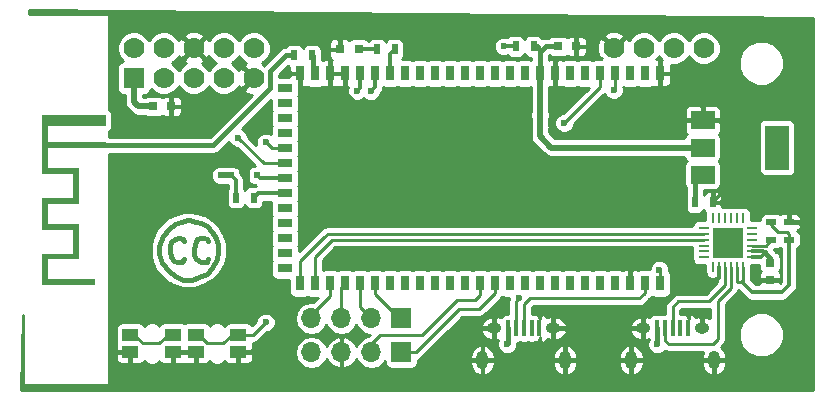
<source format=gbr>
G04 #@! TF.FileFunction,Copper,L1,Top,Signal*
%FSLAX46Y46*%
G04 Gerber Fmt 4.6, Leading zero omitted, Abs format (unit mm)*
G04 Created by KiCad (PCBNEW 4.0.7) date 12/12/18 10:49:55*
%MOMM*%
%LPD*%
G01*
G04 APERTURE LIST*
%ADD10C,0.100000*%
%ADD11C,0.381000*%
%ADD12R,2.000000X3.800000*%
%ADD13R,2.000000X1.500000*%
%ADD14R,0.500000X0.900000*%
%ADD15R,0.900000X0.500000*%
%ADD16R,0.500000X0.500000*%
%ADD17R,1.400000X1.050000*%
%ADD18R,0.279400X0.900000*%
%ADD19R,0.900000X0.279400*%
%ADD20R,2.600000X2.600000*%
%ADD21R,0.800000X0.800000*%
%ADD22R,0.800000X0.750000*%
%ADD23R,0.750000X0.800000*%
%ADD24R,1.700000X1.700000*%
%ADD25O,1.700000X1.700000*%
%ADD26R,0.400000X1.350000*%
%ADD27O,1.250000X0.950000*%
%ADD28O,1.000000X1.550000*%
%ADD29C,0.600000*%
%ADD30R,0.800000X1.300000*%
%ADD31R,1.300000X0.800000*%
%ADD32R,1.778000X1.778000*%
%ADD33C,1.778000*%
%ADD34C,0.250000*%
%ADD35C,0.300000*%
%ADD36C,0.400000*%
%ADD37C,0.500000*%
%ADD38C,0.254000*%
G04 APERTURE END LIST*
D10*
G36*
X151756900Y-87921000D02*
X151756900Y-89921000D01*
X149116900Y-89921000D01*
X149116900Y-92621000D01*
X151756900Y-92621000D01*
X151756900Y-94621000D01*
X149116900Y-94621000D01*
X149116900Y-97321000D01*
X153556900Y-97321000D01*
X153556900Y-96821000D01*
X149616900Y-96821000D01*
X149616900Y-95121000D01*
X152256900Y-95121000D01*
X152256900Y-92121000D01*
X149616900Y-92121000D01*
X149616900Y-90421000D01*
X152256900Y-90421000D01*
X152256900Y-87421000D01*
X149616900Y-87421000D01*
X149616900Y-85721000D01*
X154516900Y-85721000D01*
X154516900Y-85221000D01*
X149616900Y-85221000D01*
X149616900Y-83821000D01*
X154516900Y-83821000D01*
X154516900Y-82921000D01*
X154273685Y-82921000D01*
X154273685Y-83223417D01*
X154321295Y-83233258D01*
X154363697Y-83257326D01*
X154396481Y-83295269D01*
X154400835Y-83303181D01*
X154412943Y-83345844D01*
X154412200Y-83394363D01*
X154399300Y-83439878D01*
X154388687Y-83458489D01*
X154353453Y-83492132D01*
X154308268Y-83512691D01*
X154258742Y-83519222D01*
X154210483Y-83510782D01*
X154178257Y-83493888D01*
X154145587Y-83458628D01*
X154125492Y-83413318D01*
X154118918Y-83363733D01*
X154126808Y-83315647D01*
X154143714Y-83282755D01*
X154180484Y-83247815D01*
X154225278Y-83228153D01*
X154273685Y-83223417D01*
X154273685Y-82921000D01*
X149116900Y-82921000D01*
X149116900Y-87921000D01*
X151756900Y-87921000D01*
X151756900Y-87921000D01*
G37*
D11*
X163129100Y-93524400D02*
X163030040Y-93425340D01*
X163030040Y-93425340D02*
X162829380Y-93323740D01*
X162829380Y-93323740D02*
X162529660Y-93323740D01*
X162529660Y-93323740D02*
X162229940Y-93425340D01*
X162229940Y-93425340D02*
X162029280Y-93824120D01*
X162029280Y-93824120D02*
X161927680Y-94324500D01*
X161927680Y-94324500D02*
X161927680Y-94723280D01*
X161927680Y-94723280D02*
X162128340Y-95124600D01*
X162128340Y-95124600D02*
X162529660Y-95325260D01*
X162529660Y-95325260D02*
X162727780Y-95325260D01*
X162727780Y-95325260D02*
X163030040Y-95325260D01*
X163030040Y-95325260D02*
X163129100Y-95124600D01*
X161130120Y-93524400D02*
X161028520Y-93425340D01*
X161028520Y-93425340D02*
X160728800Y-93323740D01*
X160728800Y-93323740D02*
X160330020Y-93425340D01*
X160330020Y-93425340D02*
X160027760Y-93623460D01*
X160027760Y-93623460D02*
X159928700Y-94024780D01*
X159928700Y-94024780D02*
X159928700Y-94423560D01*
X159928700Y-94423560D02*
X160027760Y-94923940D01*
X160027760Y-94923940D02*
X160228420Y-95223660D01*
X160228420Y-95223660D02*
X160528140Y-95325260D01*
X160528140Y-95325260D02*
X160929460Y-95325260D01*
X160929460Y-95325260D02*
X161130120Y-95124600D01*
X161528900Y-91825140D02*
X161429840Y-91825140D01*
X161429840Y-91825140D02*
X160827860Y-91924200D01*
X160827860Y-91924200D02*
X160330020Y-92124860D01*
X160330020Y-92124860D02*
X159829640Y-92523640D01*
X159829640Y-92523640D02*
X159329260Y-93125620D01*
X159329260Y-93125620D02*
X159128600Y-93524400D01*
X159128600Y-93524400D02*
X159029540Y-94024780D01*
X159029540Y-94024780D02*
X159029540Y-94624220D01*
X159029540Y-94624220D02*
X159227660Y-95424320D01*
X159227660Y-95424320D02*
X159829640Y-96125360D01*
X159829640Y-96125360D02*
X160330020Y-96524140D01*
X160330020Y-96524140D02*
X161028520Y-96823860D01*
X161028520Y-96823860D02*
X161828620Y-96823860D01*
X161828620Y-96823860D02*
X162428060Y-96625740D01*
X162428060Y-96625740D02*
X163030040Y-96323480D01*
X163030040Y-96323480D02*
X163527880Y-95825640D01*
X163527880Y-95825640D02*
X163929200Y-95124600D01*
X163929200Y-95124600D02*
X164028260Y-94525160D01*
X164028260Y-94525160D02*
X164028260Y-93925720D01*
X164028260Y-93925720D02*
X163830140Y-93323740D01*
X163830140Y-93323740D02*
X163527880Y-92823360D01*
X163527880Y-92823360D02*
X163030040Y-92325520D01*
X163030040Y-92325520D02*
X162529660Y-92023260D01*
X162529660Y-92023260D02*
X162128340Y-91924200D01*
X162128340Y-91924200D02*
X161528900Y-91825140D01*
D12*
X211328400Y-85648800D03*
D13*
X205028400Y-85648800D03*
X205028400Y-87948800D03*
X205028400Y-83348800D03*
D14*
X205880400Y-90297000D03*
X204380400Y-90297000D03*
D15*
X212369400Y-91960000D03*
X212369400Y-93460000D03*
D16*
X167292200Y-88011000D03*
X165092200Y-88011000D03*
D15*
X210845400Y-93460000D03*
X210845400Y-91960000D03*
D14*
X167018400Y-89890600D03*
X165518400Y-89890600D03*
D17*
X160175600Y-101515000D03*
X156575600Y-101515000D03*
X160175600Y-102955000D03*
X156575600Y-102955000D03*
X165712800Y-101515000D03*
X162112800Y-101515000D03*
X165712800Y-102955000D03*
X162112800Y-102955000D03*
D18*
X206937800Y-91650600D03*
X206437800Y-91650600D03*
X207937800Y-95750600D03*
X205937800Y-95750600D03*
X206437800Y-95750600D03*
X206937800Y-95750600D03*
X207437800Y-95750600D03*
X208437800Y-95750600D03*
D19*
X209237800Y-94950600D03*
X209237800Y-94450600D03*
X209237800Y-93950600D03*
X209237800Y-93450600D03*
X209237800Y-92950600D03*
X209237800Y-92450600D03*
D18*
X208437800Y-91650600D03*
X207937800Y-91650600D03*
X207437800Y-91650600D03*
D20*
X207187800Y-93700600D03*
D19*
X205137800Y-94950600D03*
X205137800Y-94450600D03*
X205137800Y-93950600D03*
X205137800Y-93450600D03*
X205137800Y-92950600D03*
X205137800Y-92450600D03*
D18*
X205937800Y-91650600D03*
D21*
X175894900Y-77343000D03*
X174294900Y-77343000D03*
D14*
X177456400Y-77343000D03*
X178956400Y-77343000D03*
D22*
X194323400Y-77089000D03*
X192823400Y-77089000D03*
D23*
X210718400Y-96889000D03*
X210718400Y-95389000D03*
D22*
X160033400Y-82169000D03*
X158533400Y-82169000D03*
D24*
X179527200Y-100101400D03*
D25*
X176987200Y-100101400D03*
X174447200Y-100101400D03*
X171907200Y-100101400D03*
D26*
X188588400Y-100951500D03*
X189238400Y-100951500D03*
X189888400Y-100951500D03*
X190538400Y-100951500D03*
X191188400Y-100951500D03*
D27*
X187388400Y-100951500D03*
X192388400Y-100951500D03*
D28*
X186388400Y-103651500D03*
X193388400Y-103651500D03*
D26*
X201188400Y-100951500D03*
X201838400Y-100951500D03*
X202488400Y-100951500D03*
X203138400Y-100951500D03*
X203788400Y-100951500D03*
D27*
X199988400Y-100951500D03*
X204988400Y-100951500D03*
D28*
X198988400Y-103651500D03*
X205988400Y-103651500D03*
D29*
X209448400Y-95948500D03*
X204495400Y-96202500D03*
X196494400Y-88709500D03*
X197866000Y-82931000D03*
D30*
X170942000Y-97155000D03*
X172212000Y-97155000D03*
X173482000Y-97155000D03*
X174752000Y-97155000D03*
X176022000Y-97155000D03*
X177292000Y-97155000D03*
X178562000Y-97155000D03*
X179832000Y-97155000D03*
X181102000Y-97155000D03*
X182372000Y-97155000D03*
X183642000Y-97155000D03*
X184912000Y-97155000D03*
X186182000Y-97155000D03*
X187452000Y-97155000D03*
X188722000Y-97155000D03*
X189992000Y-97155000D03*
X191262000Y-97155000D03*
X192532000Y-97155000D03*
X193802000Y-97155000D03*
X195072000Y-97155000D03*
X196342000Y-97155000D03*
X197612000Y-97155000D03*
X198882000Y-97155000D03*
X200152000Y-97155000D03*
X201422000Y-97155000D03*
X201422000Y-79375000D03*
X200152000Y-79375000D03*
X198882000Y-79375000D03*
X197612000Y-79375000D03*
X196342000Y-79375000D03*
X195072000Y-79375000D03*
X193802000Y-79375000D03*
X192532000Y-79375000D03*
X191262000Y-79375000D03*
X189992000Y-79375000D03*
X188722000Y-79375000D03*
X187452000Y-79375000D03*
X186182000Y-79375000D03*
X184912000Y-79375000D03*
X183642000Y-79375000D03*
X182372000Y-79375000D03*
X181102000Y-79375000D03*
X179832000Y-79375000D03*
X178562000Y-79375000D03*
X177292000Y-79375000D03*
X176022000Y-79375000D03*
X174752000Y-79375000D03*
X173482000Y-79375000D03*
X172212000Y-79375000D03*
X170942000Y-79375000D03*
D31*
X169672000Y-80645000D03*
X169672000Y-81915000D03*
X169672000Y-83185000D03*
X169672000Y-84455000D03*
X169672000Y-85725000D03*
X169672000Y-86995000D03*
X169672000Y-88265000D03*
X169672000Y-89535000D03*
X169672000Y-90805000D03*
X169672000Y-92075000D03*
X169672000Y-93345000D03*
X169672000Y-94615000D03*
X169672000Y-95885000D03*
D24*
X179527200Y-102997000D03*
D25*
X176987200Y-102997000D03*
X174447200Y-102997000D03*
X171907200Y-102997000D03*
D29*
X178765200Y-95072200D03*
X188264800Y-95123000D03*
X176174400Y-87757000D03*
D14*
X189216400Y-77089000D03*
X190716400Y-77089000D03*
X170471400Y-77851000D03*
X171971400Y-77851000D03*
D29*
X163474400Y-84010500D03*
X165633400Y-81851500D03*
X168173400Y-82486500D03*
X155536900Y-84328000D03*
X156362400Y-86804500D03*
X157251400Y-86804500D03*
X158203900Y-86804500D03*
X159156400Y-86741000D03*
X156489400Y-84328000D03*
X157314900Y-84328000D03*
X171475400Y-82994500D03*
X171538900Y-84264500D03*
X173062900Y-83058000D03*
X172491400Y-83820000D03*
X162902900Y-84328000D03*
X162013900Y-84391500D03*
X161251900Y-84391500D03*
X160616900Y-84391500D03*
D14*
X154266900Y-83371000D03*
D16*
X154266900Y-85471000D03*
D29*
X168744900Y-77343000D03*
X169316400Y-76962000D03*
X170967400Y-79057500D03*
X179095400Y-81534000D03*
X170078400Y-76644500D03*
X170903900Y-76581000D03*
X171729400Y-76581000D03*
X172745400Y-76644500D03*
X155473400Y-86804500D03*
X162839400Y-87185500D03*
X161950400Y-87185500D03*
X160870900Y-87122000D03*
X160045400Y-86931500D03*
D32*
X156870400Y-79773780D03*
D33*
X156870400Y-77233780D03*
X159410400Y-79773780D03*
X159410400Y-77233780D03*
X161950400Y-79773780D03*
X161950400Y-77233780D03*
X164490400Y-79773780D03*
X164490400Y-77233780D03*
X167030400Y-79773780D03*
X167030400Y-77233780D03*
X197510400Y-77233780D03*
X200050400Y-77233780D03*
X202590400Y-77233780D03*
X205130400Y-77233780D03*
D29*
X173062900Y-77470000D03*
X173507400Y-79057500D03*
X209448400Y-96647000D03*
X195732400Y-100647500D03*
X167665400Y-82931000D03*
X168046400Y-83629500D03*
X167220900Y-83439000D03*
X168871900Y-102806500D03*
X201371200Y-95986600D03*
X189509400Y-98425000D03*
X165696900Y-84836000D03*
X168046400Y-85217000D03*
X176936400Y-80899000D03*
X175793400Y-80835500D03*
X164236400Y-88011000D03*
X191262000Y-82880200D03*
X201193400Y-102298500D03*
X188493400Y-102298500D03*
X205130400Y-87884000D03*
X210337400Y-94615000D03*
X188175900Y-77089000D03*
X160235900Y-101536500D03*
X197510400Y-80772000D03*
X168046400Y-100457000D03*
X193319400Y-83566000D03*
D34*
X189238400Y-100951500D02*
X189238400Y-99551500D01*
X201371200Y-95986600D02*
X201422000Y-96037400D01*
X201422000Y-96037400D02*
X201422000Y-97155000D01*
X189238400Y-99551500D02*
X189238400Y-98696000D01*
X189238400Y-98696000D02*
X189509400Y-98425000D01*
X189888400Y-100951500D02*
X189888400Y-99506500D01*
X200152000Y-97942400D02*
X200152000Y-97155000D01*
X200050400Y-98044000D02*
X200152000Y-97942400D01*
X199669400Y-98425000D02*
X200050400Y-98044000D01*
X190398400Y-98425000D02*
X199669400Y-98425000D01*
X189888400Y-98935000D02*
X190398400Y-98425000D01*
X189888400Y-99650000D02*
X189888400Y-99506500D01*
X189888400Y-99506500D02*
X189888400Y-98935000D01*
D35*
X205880400Y-90297000D02*
X205892400Y-90297000D01*
X205892400Y-90297000D02*
X206857600Y-89331800D01*
X206437800Y-95750600D02*
X206437800Y-96660400D01*
X206437800Y-96660400D02*
X205841600Y-97256600D01*
D34*
X169672000Y-86995000D02*
X167855900Y-86995000D01*
X167855900Y-86995000D02*
X165696900Y-84836000D01*
X169672000Y-85725000D02*
X168554400Y-85725000D01*
X168554400Y-85725000D02*
X168046400Y-85217000D01*
D35*
X177292000Y-80543400D02*
X176936400Y-80899000D01*
X177292000Y-79375000D02*
X177292000Y-80543400D01*
X176022000Y-80264000D02*
X176022000Y-80606900D01*
X176022000Y-80606900D02*
X175793400Y-80835500D01*
X176022000Y-79375000D02*
X176022000Y-80264000D01*
X176022000Y-80264000D02*
X176022000Y-80543400D01*
D34*
X170942000Y-97155000D02*
X170942000Y-95275400D01*
X173266800Y-92950600D02*
X172999400Y-93218000D01*
X173266800Y-92950600D02*
X201574400Y-92950600D01*
X170942000Y-95275400D02*
X172999400Y-93218000D01*
X205137800Y-92950600D02*
X201574400Y-92950600D01*
X201574400Y-92950600D02*
X201561000Y-92950600D01*
X172212000Y-97155000D02*
X172212000Y-94894400D01*
X173655800Y-93450600D02*
X205137800Y-93450600D01*
X172212000Y-94894400D02*
X173655800Y-93450600D01*
D36*
X190716400Y-77089000D02*
X191033400Y-77089000D01*
X191382650Y-77438250D02*
X191262000Y-77438250D01*
X191033400Y-77089000D02*
X191382650Y-77438250D01*
X191262000Y-79375000D02*
X191262000Y-77438250D01*
X191262000Y-77438250D02*
X191262000Y-77558900D01*
X191731900Y-77089000D02*
X192823400Y-77089000D01*
X191262000Y-77558900D02*
X191731900Y-77089000D01*
D37*
X158533400Y-82169000D02*
X157251400Y-82169000D01*
X157251400Y-82169000D02*
X156870400Y-81788000D01*
X156870400Y-79773780D02*
X156870400Y-81788000D01*
X164236400Y-88011000D02*
X165092200Y-88011000D01*
X191287400Y-83947000D02*
X191262000Y-83947000D01*
X191262000Y-83947000D02*
X191287400Y-83947000D01*
X191287400Y-83947000D02*
X191262000Y-83947000D01*
D35*
X165518400Y-89890600D02*
X165518400Y-88437200D01*
X165518400Y-88437200D02*
X165092200Y-88011000D01*
D37*
X191262000Y-79375000D02*
X191262000Y-83947000D01*
X191262000Y-83947000D02*
X191262000Y-84683600D01*
X192227200Y-85648800D02*
X201828400Y-85648800D01*
X201828400Y-85648800D02*
X205028400Y-85648800D01*
X191262000Y-84683600D02*
X192227200Y-85648800D01*
D34*
X201838400Y-100951500D02*
X201838400Y-101991000D01*
X206336900Y-101854000D02*
X206336900Y-100266500D01*
X205892400Y-102298500D02*
X206336900Y-101854000D01*
X202145900Y-102298500D02*
X205892400Y-102298500D01*
X201838400Y-101991000D02*
X202145900Y-102298500D01*
X206336900Y-99949000D02*
X206336900Y-98615500D01*
X206336900Y-98615500D02*
X207437800Y-97514600D01*
X207437800Y-97514600D02*
X207437800Y-95750600D01*
X206336900Y-100393500D02*
X206336900Y-100266500D01*
X206336900Y-100266500D02*
X206336900Y-99949000D01*
X202488400Y-100951500D02*
X202488400Y-99162000D01*
X206937800Y-97316100D02*
X206937800Y-95750600D01*
X205828900Y-98425000D02*
X206937800Y-97316100D01*
X205574900Y-98679000D02*
X205828900Y-98425000D01*
X202971400Y-98679000D02*
X205574900Y-98679000D01*
X202488400Y-99162000D02*
X202971400Y-98679000D01*
X210845400Y-91960000D02*
X210845400Y-92202000D01*
X210845400Y-92202000D02*
X211416900Y-92773500D01*
X211416900Y-92773500D02*
X212178900Y-92773500D01*
X212178900Y-92773500D02*
X212369400Y-92964000D01*
X212369400Y-92964000D02*
X212369400Y-93460000D01*
D35*
X212369400Y-93460000D02*
X212369400Y-97282000D01*
X209221200Y-97917000D02*
X208318800Y-97014600D01*
X211734400Y-97917000D02*
X209221200Y-97917000D01*
X212369400Y-97282000D02*
X211734400Y-97917000D01*
D34*
X208437800Y-95750600D02*
X208437800Y-96895600D01*
X208318800Y-97014600D02*
X207937800Y-97014600D01*
X207937800Y-95750600D02*
X207937800Y-97014600D01*
X208437800Y-96895600D02*
X208318800Y-97014600D01*
D35*
X169672000Y-88265000D02*
X168300400Y-88265000D01*
X168300400Y-88265000D02*
X167546200Y-88265000D01*
X167546200Y-88265000D02*
X167292200Y-88011000D01*
D34*
X209237800Y-93950600D02*
X210354800Y-93950600D01*
X210354800Y-93950600D02*
X210845400Y-93460000D01*
D35*
X169672000Y-89535000D02*
X167374000Y-89535000D01*
X167374000Y-89535000D02*
X167018400Y-89890600D01*
X177456400Y-77343000D02*
X175894900Y-77343000D01*
X178562000Y-79375000D02*
X178562000Y-77737400D01*
X178562000Y-77737400D02*
X178956400Y-77343000D01*
D34*
X177292000Y-97155000D02*
X177292000Y-98069400D01*
X177292000Y-98069400D02*
X179324000Y-100101400D01*
X179324000Y-100101400D02*
X179527200Y-100101400D01*
X176022000Y-97155000D02*
X176022000Y-99136200D01*
X176022000Y-99136200D02*
X176987200Y-100101400D01*
X174447200Y-100101400D02*
X174447200Y-97459800D01*
X174447200Y-97459800D02*
X174752000Y-97155000D01*
X171907200Y-100101400D02*
X171907200Y-99796600D01*
X171907200Y-99796600D02*
X173482000Y-98221800D01*
X173482000Y-98221800D02*
X173482000Y-97155000D01*
X179527200Y-102997000D02*
X180746400Y-102997000D01*
X187452000Y-97967800D02*
X187452000Y-97155000D01*
X186080400Y-99339400D02*
X187452000Y-97967800D01*
X184404000Y-99339400D02*
X186080400Y-99339400D01*
X180746400Y-102997000D02*
X184404000Y-99339400D01*
X176987200Y-102997000D02*
X176987200Y-102285800D01*
X176987200Y-102285800D02*
X177749200Y-101523800D01*
X177749200Y-101523800D02*
X181305200Y-101523800D01*
X181305200Y-101523800D02*
X184251600Y-98577400D01*
X184251600Y-98577400D02*
X185724800Y-98577400D01*
X185724800Y-98577400D02*
X186182000Y-98120200D01*
X186182000Y-98120200D02*
X186182000Y-97155000D01*
D36*
X201188400Y-100951500D02*
X201188400Y-102293500D01*
X201188400Y-102293500D02*
X201193400Y-102298500D01*
X188588400Y-100951500D02*
X188588400Y-102203500D01*
X188588400Y-102203500D02*
X188493400Y-102298500D01*
X188588400Y-102203500D02*
X188493400Y-102298500D01*
X201188400Y-102293500D02*
X201193400Y-102298500D01*
D35*
X201188400Y-102293500D02*
X201193400Y-102298500D01*
D36*
X205130400Y-87884000D02*
X205065600Y-87948800D01*
D35*
X210001800Y-94950600D02*
X210337400Y-94615000D01*
X210173000Y-94450600D02*
X210337400Y-94615000D01*
D36*
X210718400Y-95389000D02*
X210718400Y-94996000D01*
X210718400Y-94996000D02*
X210337400Y-94615000D01*
X204380400Y-90297000D02*
X204380400Y-88596800D01*
X204380400Y-88596800D02*
X205028400Y-87948800D01*
X205065600Y-87948800D02*
X205028400Y-87948800D01*
D35*
X209237800Y-94950600D02*
X210001800Y-94950600D01*
X209237800Y-94450600D02*
X210173000Y-94450600D01*
X189216400Y-77089000D02*
X188175900Y-77089000D01*
D34*
X156575600Y-101515000D02*
X156912400Y-101515000D01*
X156912400Y-101515000D02*
X157632400Y-102235000D01*
X157632400Y-102235000D02*
X159029400Y-102235000D01*
X159029400Y-102235000D02*
X159749400Y-101515000D01*
X159749400Y-101515000D02*
X160175600Y-101515000D01*
X197612000Y-80670400D02*
X197612000Y-79375000D01*
X197510400Y-80772000D02*
X197612000Y-80670400D01*
D36*
X168427400Y-79196500D02*
X169772900Y-77851000D01*
X163601400Y-85471000D02*
X168427400Y-80645000D01*
X168427400Y-80645000D02*
X168427400Y-79196500D01*
X154266900Y-85471000D02*
X163601400Y-85471000D01*
X169772900Y-77851000D02*
X170471400Y-77851000D01*
X172212000Y-79375000D02*
X172046900Y-79209900D01*
X172046900Y-79209900D02*
X172046900Y-77926500D01*
X172046900Y-77926500D02*
X171971400Y-77851000D01*
D34*
X165712800Y-101515000D02*
X166988400Y-101515000D01*
X166988400Y-101515000D02*
X168046400Y-100457000D01*
X162112800Y-101515000D02*
X162373400Y-101515000D01*
X162373400Y-101515000D02*
X163093400Y-102235000D01*
X163093400Y-102235000D02*
X164426900Y-102235000D01*
X164426900Y-102235000D02*
X165146900Y-101515000D01*
X165146900Y-101515000D02*
X165712800Y-101515000D01*
X196367400Y-80518000D02*
X196367400Y-79400400D01*
X196113400Y-80772000D02*
X196367400Y-80518000D01*
X193319400Y-83566000D02*
X196113400Y-80772000D01*
X196367400Y-79400400D02*
X196342000Y-79375000D01*
D38*
G36*
X214401400Y-74674796D02*
X214401400Y-106172000D01*
X147347915Y-106172000D01*
X147472400Y-99823262D01*
X147472400Y-105664000D01*
X147481085Y-105710159D01*
X147508365Y-105752553D01*
X147549990Y-105780994D01*
X147599400Y-105791000D01*
X154647900Y-105791000D01*
X154694059Y-105782315D01*
X154736453Y-105755035D01*
X154764894Y-105713410D01*
X154774900Y-105664000D01*
X154774900Y-103165750D01*
X155340600Y-103165750D01*
X155340600Y-103586418D01*
X155422049Y-103783053D01*
X155572547Y-103933551D01*
X155769182Y-104015000D01*
X156364850Y-104015000D01*
X156498600Y-103881250D01*
X156498600Y-103032000D01*
X155474350Y-103032000D01*
X155340600Y-103165750D01*
X154774900Y-103165750D01*
X154774900Y-100990000D01*
X155330119Y-100990000D01*
X155330119Y-102040000D01*
X155367424Y-102238259D01*
X155372606Y-102246312D01*
X155340600Y-102323582D01*
X155340600Y-102744250D01*
X155474350Y-102878000D01*
X156498600Y-102878000D01*
X156498600Y-102858000D01*
X156652600Y-102858000D01*
X156652600Y-102878000D01*
X156672600Y-102878000D01*
X156672600Y-103032000D01*
X156652600Y-103032000D01*
X156652600Y-103881250D01*
X156786350Y-104015000D01*
X157382018Y-104015000D01*
X157578653Y-103933551D01*
X157729151Y-103783053D01*
X157741727Y-103752692D01*
X157873633Y-103884829D01*
X158198790Y-104019846D01*
X158550865Y-104020153D01*
X158876257Y-103885704D01*
X159009481Y-103752712D01*
X159022049Y-103783053D01*
X159172547Y-103933551D01*
X159369182Y-104015000D01*
X159964850Y-104015000D01*
X160098600Y-103881250D01*
X160098600Y-103032000D01*
X160252600Y-103032000D01*
X160252600Y-103881250D01*
X160386350Y-104015000D01*
X160982018Y-104015000D01*
X161144200Y-103947822D01*
X161306382Y-104015000D01*
X161902050Y-104015000D01*
X162035800Y-103881250D01*
X162035800Y-103032000D01*
X160252600Y-103032000D01*
X160098600Y-103032000D01*
X160078600Y-103032000D01*
X160078600Y-102878000D01*
X160098600Y-102878000D01*
X160098600Y-102858000D01*
X160252600Y-102858000D01*
X160252600Y-102878000D01*
X162035800Y-102878000D01*
X162035800Y-102858000D01*
X162189800Y-102858000D01*
X162189800Y-102878000D01*
X162209800Y-102878000D01*
X162209800Y-103032000D01*
X162189800Y-103032000D01*
X162189800Y-103881250D01*
X162323550Y-104015000D01*
X162919218Y-104015000D01*
X163115853Y-103933551D01*
X163266351Y-103783053D01*
X163278927Y-103752692D01*
X163410833Y-103884829D01*
X163735990Y-104019846D01*
X164088065Y-104020153D01*
X164413457Y-103885704D01*
X164546681Y-103752712D01*
X164559249Y-103783053D01*
X164709747Y-103933551D01*
X164906382Y-104015000D01*
X165502050Y-104015000D01*
X165635800Y-103881250D01*
X165635800Y-103032000D01*
X165789800Y-103032000D01*
X165789800Y-103881250D01*
X165923550Y-104015000D01*
X166519218Y-104015000D01*
X166715853Y-103933551D01*
X166866351Y-103783053D01*
X166947800Y-103586418D01*
X166947800Y-103165750D01*
X166814050Y-103032000D01*
X165789800Y-103032000D01*
X165635800Y-103032000D01*
X165615800Y-103032000D01*
X165615800Y-102969866D01*
X170522200Y-102969866D01*
X170522200Y-103024134D01*
X170627627Y-103554151D01*
X170927857Y-104003477D01*
X171377183Y-104303707D01*
X171907200Y-104409134D01*
X172437217Y-104303707D01*
X172886543Y-104003477D01*
X173186773Y-103554151D01*
X173193508Y-103520291D01*
X173308347Y-103785198D01*
X173696667Y-104161020D01*
X174154821Y-104350787D01*
X174370200Y-104245879D01*
X174370200Y-103074000D01*
X174350200Y-103074000D01*
X174350200Y-102920000D01*
X174370200Y-102920000D01*
X174370200Y-101748121D01*
X174154821Y-101643213D01*
X173696667Y-101832980D01*
X173308347Y-102208802D01*
X173193508Y-102473709D01*
X173186773Y-102439849D01*
X172886543Y-101990523D01*
X172437217Y-101690293D01*
X171907200Y-101584866D01*
X171377183Y-101690293D01*
X170927857Y-101990523D01*
X170627627Y-102439849D01*
X170522200Y-102969866D01*
X165615800Y-102969866D01*
X165615800Y-102878000D01*
X165635800Y-102878000D01*
X165635800Y-102858000D01*
X165789800Y-102858000D01*
X165789800Y-102878000D01*
X166814050Y-102878000D01*
X166947800Y-102744250D01*
X166947800Y-102323582D01*
X166916269Y-102247461D01*
X166930943Y-102175000D01*
X166988400Y-102175000D01*
X167240971Y-102124760D01*
X167455090Y-101981690D01*
X168144694Y-101292086D01*
X168211763Y-101292145D01*
X168518772Y-101165292D01*
X168753866Y-100930607D01*
X168881255Y-100623821D01*
X168881545Y-100291637D01*
X168754692Y-99984628D01*
X168520007Y-99749534D01*
X168213221Y-99622145D01*
X167881037Y-99621855D01*
X167574028Y-99748708D01*
X167338934Y-99983393D01*
X167211545Y-100290179D01*
X167211485Y-100358534D01*
X166865105Y-100704915D01*
X166803805Y-100609652D01*
X166625023Y-100487495D01*
X166412800Y-100444519D01*
X165012800Y-100444519D01*
X164814541Y-100481824D01*
X164632452Y-100598995D01*
X164549605Y-100720245D01*
X164414767Y-100585171D01*
X164089610Y-100450154D01*
X163737535Y-100449847D01*
X163412143Y-100584296D01*
X163275356Y-100720845D01*
X163203805Y-100609652D01*
X163025023Y-100487495D01*
X162812800Y-100444519D01*
X161412800Y-100444519D01*
X161214541Y-100481824D01*
X161145007Y-100526568D01*
X161087823Y-100487495D01*
X160875600Y-100444519D01*
X159475600Y-100444519D01*
X159277341Y-100481824D01*
X159095252Y-100598995D01*
X159012405Y-100720245D01*
X158877567Y-100585171D01*
X158552410Y-100450154D01*
X158200335Y-100449847D01*
X157874943Y-100584296D01*
X157738156Y-100720845D01*
X157666605Y-100609652D01*
X157487823Y-100487495D01*
X157275600Y-100444519D01*
X155875600Y-100444519D01*
X155677341Y-100481824D01*
X155495252Y-100598995D01*
X155373095Y-100777777D01*
X155330119Y-100990000D01*
X154774900Y-100990000D01*
X154774900Y-94024780D01*
X158304040Y-94024780D01*
X158304040Y-94624220D01*
X158321224Y-94710612D01*
X158325309Y-94798601D01*
X158523429Y-95598701D01*
X158534996Y-95623330D01*
X158538267Y-95650348D01*
X158594811Y-95750687D01*
X158643768Y-95854925D01*
X158663882Y-95873254D01*
X158677242Y-95896962D01*
X159279222Y-96598002D01*
X159333205Y-96640326D01*
X159377478Y-96692722D01*
X159877858Y-97091502D01*
X159964013Y-97135977D01*
X160043939Y-97190854D01*
X160742439Y-97490574D01*
X160747002Y-97491542D01*
X160750883Y-97494135D01*
X160885324Y-97520877D01*
X161019356Y-97549302D01*
X161023943Y-97548450D01*
X161028520Y-97549360D01*
X161828620Y-97549360D01*
X161941784Y-97526850D01*
X162056291Y-97512711D01*
X162655731Y-97314591D01*
X162702160Y-97288281D01*
X162753607Y-97274099D01*
X163355587Y-96971839D01*
X163446856Y-96900758D01*
X163543046Y-96836486D01*
X164040886Y-96338646D01*
X164094340Y-96258647D01*
X164157509Y-96186080D01*
X164558829Y-95485040D01*
X164599697Y-95363180D01*
X164644992Y-95242888D01*
X164744052Y-94643448D01*
X164742107Y-94583746D01*
X164753760Y-94525160D01*
X164753760Y-93925720D01*
X164731338Y-93812995D01*
X164717397Y-93698915D01*
X164519277Y-93096935D01*
X164478991Y-93025634D01*
X164451136Y-92948620D01*
X164148876Y-92448241D01*
X164089676Y-92383374D01*
X164040886Y-92310354D01*
X163543046Y-91812514D01*
X163470026Y-91763724D01*
X163405159Y-91704524D01*
X162904779Y-91402264D01*
X162802246Y-91365179D01*
X162703521Y-91318900D01*
X162302201Y-91219840D01*
X162273507Y-91218529D01*
X162246628Y-91208408D01*
X161647188Y-91109348D01*
X161587486Y-91111293D01*
X161528900Y-91099640D01*
X161429840Y-91099640D01*
X161371494Y-91111246D01*
X161312038Y-91109268D01*
X160710058Y-91208328D01*
X160635209Y-91236454D01*
X160556641Y-91251303D01*
X160058801Y-91451963D01*
X159971050Y-91509391D01*
X159877858Y-91557498D01*
X159377478Y-91956278D01*
X159329489Y-92013072D01*
X159271717Y-92059881D01*
X158771337Y-92661861D01*
X158731964Y-92734425D01*
X158681181Y-92799516D01*
X158480521Y-93198296D01*
X158454370Y-93292843D01*
X158416912Y-93383508D01*
X158317852Y-93883887D01*
X158317917Y-93955017D01*
X158304040Y-94024780D01*
X154774900Y-94024780D01*
X154774900Y-86206000D01*
X163601400Y-86206000D01*
X163882672Y-86150051D01*
X164121123Y-85990723D01*
X164934478Y-85177368D01*
X164988608Y-85308372D01*
X165223293Y-85543466D01*
X165530079Y-85670855D01*
X165598435Y-85670915D01*
X167143038Y-87215519D01*
X167042200Y-87215519D01*
X166843941Y-87252824D01*
X166661852Y-87369995D01*
X166539695Y-87548777D01*
X166496719Y-87761000D01*
X166496719Y-88261000D01*
X166534024Y-88459259D01*
X166651195Y-88641348D01*
X166829977Y-88763505D01*
X167042200Y-88806481D01*
X167147308Y-88806481D01*
X167249502Y-88874765D01*
X167147174Y-88895119D01*
X166768400Y-88895119D01*
X166570141Y-88932424D01*
X166388052Y-89049595D01*
X166266768Y-89227099D01*
X166203400Y-89128622D01*
X166203400Y-88437200D01*
X166151257Y-88175062D01*
X166002768Y-87952832D01*
X165887681Y-87837745D01*
X165887681Y-87761000D01*
X165850376Y-87562741D01*
X165733205Y-87380652D01*
X165554423Y-87258495D01*
X165342200Y-87215519D01*
X164842200Y-87215519D01*
X164786498Y-87226000D01*
X164523285Y-87226000D01*
X164403221Y-87176145D01*
X164071037Y-87175855D01*
X163764028Y-87302708D01*
X163528934Y-87537393D01*
X163401545Y-87844179D01*
X163401255Y-88176363D01*
X163528108Y-88483372D01*
X163762793Y-88718466D01*
X164069579Y-88845855D01*
X164401763Y-88846145D01*
X164523124Y-88796000D01*
X164790443Y-88796000D01*
X164833400Y-88804699D01*
X164833400Y-89129581D01*
X164765895Y-89228377D01*
X164722919Y-89440600D01*
X164722919Y-90340600D01*
X164760224Y-90538859D01*
X164877395Y-90720948D01*
X165056177Y-90843105D01*
X165268400Y-90886081D01*
X165768400Y-90886081D01*
X165966659Y-90848776D01*
X166148748Y-90731605D01*
X166270032Y-90554101D01*
X166377395Y-90720948D01*
X166556177Y-90843105D01*
X166768400Y-90886081D01*
X167268400Y-90886081D01*
X167466659Y-90848776D01*
X167648748Y-90731605D01*
X167770905Y-90552823D01*
X167813881Y-90340600D01*
X167813881Y-90220000D01*
X168513982Y-90220000D01*
X168476519Y-90405000D01*
X168476519Y-91205000D01*
X168513824Y-91403259D01*
X168536298Y-91438185D01*
X168519495Y-91462777D01*
X168476519Y-91675000D01*
X168476519Y-92475000D01*
X168513824Y-92673259D01*
X168536298Y-92708185D01*
X168519495Y-92732777D01*
X168476519Y-92945000D01*
X168476519Y-93745000D01*
X168513824Y-93943259D01*
X168536298Y-93978185D01*
X168519495Y-94002777D01*
X168476519Y-94215000D01*
X168476519Y-95015000D01*
X168513824Y-95213259D01*
X168536298Y-95248185D01*
X168519495Y-95272777D01*
X168476519Y-95485000D01*
X168476519Y-96285000D01*
X168513824Y-96483259D01*
X168630995Y-96665348D01*
X168809777Y-96787505D01*
X169022000Y-96830481D01*
X169996519Y-96830481D01*
X169996519Y-97805000D01*
X170033824Y-98003259D01*
X170150995Y-98185348D01*
X170329777Y-98307505D01*
X170542000Y-98350481D01*
X171342000Y-98350481D01*
X171540259Y-98313176D01*
X171575185Y-98290702D01*
X171599777Y-98307505D01*
X171812000Y-98350481D01*
X172419938Y-98350481D01*
X172052293Y-98718127D01*
X171907200Y-98689266D01*
X171377183Y-98794693D01*
X170927857Y-99094923D01*
X170627627Y-99544249D01*
X170522200Y-100074266D01*
X170522200Y-100128534D01*
X170627627Y-100658551D01*
X170927857Y-101107877D01*
X171377183Y-101408107D01*
X171907200Y-101513534D01*
X172437217Y-101408107D01*
X172886543Y-101107877D01*
X173177200Y-100672878D01*
X173467857Y-101107877D01*
X173917183Y-101408107D01*
X174447200Y-101513534D01*
X174977217Y-101408107D01*
X175426543Y-101107877D01*
X175717200Y-100672878D01*
X176007857Y-101107877D01*
X176457183Y-101408107D01*
X176852816Y-101486803D01*
X176697037Y-101642583D01*
X176457183Y-101690293D01*
X176007857Y-101990523D01*
X175707627Y-102439849D01*
X175700892Y-102473709D01*
X175586053Y-102208802D01*
X175197733Y-101832980D01*
X174739579Y-101643213D01*
X174524200Y-101748121D01*
X174524200Y-102920000D01*
X174544200Y-102920000D01*
X174544200Y-103074000D01*
X174524200Y-103074000D01*
X174524200Y-104245879D01*
X174739579Y-104350787D01*
X175197733Y-104161020D01*
X175586053Y-103785198D01*
X175700892Y-103520291D01*
X175707627Y-103554151D01*
X176007857Y-104003477D01*
X176457183Y-104303707D01*
X176987200Y-104409134D01*
X177517217Y-104303707D01*
X177966543Y-104003477D01*
X178131719Y-103756274D01*
X178131719Y-103847000D01*
X178169024Y-104045259D01*
X178286195Y-104227348D01*
X178464977Y-104349505D01*
X178677200Y-104392481D01*
X180377200Y-104392481D01*
X180575459Y-104355176D01*
X180757548Y-104238005D01*
X180879705Y-104059223D01*
X180922681Y-103847000D01*
X180922681Y-103728500D01*
X185353400Y-103728500D01*
X185353400Y-104003500D01*
X185461651Y-104393716D01*
X185710991Y-104712803D01*
X186063461Y-104912182D01*
X186150887Y-104933879D01*
X186311400Y-104824455D01*
X186311400Y-103728500D01*
X186465400Y-103728500D01*
X186465400Y-104824455D01*
X186625913Y-104933879D01*
X186713339Y-104912182D01*
X187065809Y-104712803D01*
X187315149Y-104393716D01*
X187423400Y-104003500D01*
X187423400Y-103728500D01*
X192353400Y-103728500D01*
X192353400Y-104003500D01*
X192461651Y-104393716D01*
X192710991Y-104712803D01*
X193063461Y-104912182D01*
X193150887Y-104933879D01*
X193311400Y-104824455D01*
X193311400Y-103728500D01*
X193465400Y-103728500D01*
X193465400Y-104824455D01*
X193625913Y-104933879D01*
X193713339Y-104912182D01*
X194065809Y-104712803D01*
X194315149Y-104393716D01*
X194423400Y-104003500D01*
X194423400Y-103728500D01*
X197953400Y-103728500D01*
X197953400Y-104003500D01*
X198061651Y-104393716D01*
X198310991Y-104712803D01*
X198663461Y-104912182D01*
X198750887Y-104933879D01*
X198911400Y-104824455D01*
X198911400Y-103728500D01*
X199065400Y-103728500D01*
X199065400Y-104824455D01*
X199225913Y-104933879D01*
X199313339Y-104912182D01*
X199665809Y-104712803D01*
X199915149Y-104393716D01*
X200023400Y-104003500D01*
X200023400Y-103728500D01*
X204953400Y-103728500D01*
X204953400Y-104003500D01*
X205061651Y-104393716D01*
X205310991Y-104712803D01*
X205663461Y-104912182D01*
X205750887Y-104933879D01*
X205911400Y-104824455D01*
X205911400Y-103728500D01*
X206065400Y-103728500D01*
X206065400Y-104824455D01*
X206225913Y-104933879D01*
X206313339Y-104912182D01*
X206665809Y-104712803D01*
X206915149Y-104393716D01*
X207023400Y-104003500D01*
X207023400Y-103728500D01*
X206065400Y-103728500D01*
X205911400Y-103728500D01*
X204953400Y-103728500D01*
X200023400Y-103728500D01*
X199065400Y-103728500D01*
X198911400Y-103728500D01*
X197953400Y-103728500D01*
X194423400Y-103728500D01*
X193465400Y-103728500D01*
X193311400Y-103728500D01*
X192353400Y-103728500D01*
X187423400Y-103728500D01*
X186465400Y-103728500D01*
X186311400Y-103728500D01*
X185353400Y-103728500D01*
X180922681Y-103728500D01*
X180922681Y-103621935D01*
X180998971Y-103606760D01*
X181213090Y-103463690D01*
X181377280Y-103299500D01*
X185353400Y-103299500D01*
X185353400Y-103574500D01*
X186311400Y-103574500D01*
X186311400Y-102478545D01*
X186465400Y-102478545D01*
X186465400Y-103574500D01*
X187423400Y-103574500D01*
X187423400Y-103299500D01*
X192353400Y-103299500D01*
X192353400Y-103574500D01*
X193311400Y-103574500D01*
X193311400Y-102478545D01*
X193465400Y-102478545D01*
X193465400Y-103574500D01*
X194423400Y-103574500D01*
X194423400Y-103299500D01*
X197953400Y-103299500D01*
X197953400Y-103574500D01*
X198911400Y-103574500D01*
X198911400Y-102478545D01*
X199065400Y-102478545D01*
X199065400Y-103574500D01*
X200023400Y-103574500D01*
X200023400Y-103299500D01*
X199915149Y-102909284D01*
X199665809Y-102590197D01*
X199313339Y-102390818D01*
X199225913Y-102369121D01*
X199065400Y-102478545D01*
X198911400Y-102478545D01*
X198750887Y-102369121D01*
X198663461Y-102390818D01*
X198310991Y-102590197D01*
X198061651Y-102909284D01*
X197953400Y-103299500D01*
X194423400Y-103299500D01*
X194315149Y-102909284D01*
X194065809Y-102590197D01*
X193713339Y-102390818D01*
X193625913Y-102369121D01*
X193465400Y-102478545D01*
X193311400Y-102478545D01*
X193150887Y-102369121D01*
X193063461Y-102390818D01*
X192710991Y-102590197D01*
X192461651Y-102909284D01*
X192353400Y-103299500D01*
X187423400Y-103299500D01*
X187315149Y-102909284D01*
X187065809Y-102590197D01*
X186713339Y-102390818D01*
X186625913Y-102369121D01*
X186465400Y-102478545D01*
X186311400Y-102478545D01*
X186150887Y-102369121D01*
X186063461Y-102390818D01*
X185710991Y-102590197D01*
X185461651Y-102909284D01*
X185353400Y-103299500D01*
X181377280Y-103299500D01*
X183491689Y-101185091D01*
X186255783Y-101185091D01*
X186270653Y-101258909D01*
X186461959Y-101605850D01*
X186771471Y-101853172D01*
X187152069Y-101963222D01*
X187311400Y-101830521D01*
X187311400Y-101028500D01*
X186365540Y-101028500D01*
X186255783Y-101185091D01*
X183491689Y-101185091D01*
X183958871Y-100717909D01*
X186255783Y-100717909D01*
X186365540Y-100874500D01*
X187311400Y-100874500D01*
X187311400Y-100072479D01*
X187152069Y-99939778D01*
X186771471Y-100049828D01*
X186461959Y-100297150D01*
X186270653Y-100644091D01*
X186255783Y-100717909D01*
X183958871Y-100717909D01*
X184677381Y-99999400D01*
X186080400Y-99999400D01*
X186332971Y-99949160D01*
X186547090Y-99806090D01*
X187918690Y-98434491D01*
X187992486Y-98324047D01*
X188050259Y-98313176D01*
X188085185Y-98290702D01*
X188109777Y-98307505D01*
X188322000Y-98350481D01*
X188674464Y-98350481D01*
X188674443Y-98374880D01*
X188628640Y-98443429D01*
X188578400Y-98696000D01*
X188578400Y-99731019D01*
X188388400Y-99731019D01*
X188190141Y-99768324D01*
X188008052Y-99885495D01*
X187913842Y-100023375D01*
X187624731Y-99939778D01*
X187465400Y-100072479D01*
X187465400Y-100874500D01*
X187485400Y-100874500D01*
X187485400Y-101028500D01*
X187465400Y-101028500D01*
X187465400Y-101830521D01*
X187624731Y-101963222D01*
X187742653Y-101929125D01*
X187658545Y-102131679D01*
X187658255Y-102463863D01*
X187785108Y-102770872D01*
X188019793Y-103005966D01*
X188326579Y-103133355D01*
X188658763Y-103133645D01*
X188965772Y-103006792D01*
X189200866Y-102772107D01*
X189328255Y-102465321D01*
X189328511Y-102171981D01*
X189438400Y-102171981D01*
X189567989Y-102147597D01*
X189688400Y-102171981D01*
X190088400Y-102171981D01*
X190217989Y-102147597D01*
X190338400Y-102171981D01*
X190738400Y-102171981D01*
X190854531Y-102150129D01*
X190881982Y-102161500D01*
X190977650Y-102161500D01*
X191111400Y-102027750D01*
X191111400Y-102022233D01*
X191118748Y-102017505D01*
X191240905Y-101838723D01*
X191265400Y-101717762D01*
X191265400Y-102027750D01*
X191399150Y-102161500D01*
X191494818Y-102161500D01*
X191691453Y-102080051D01*
X191841951Y-101929553D01*
X191862667Y-101879541D01*
X192152069Y-101963222D01*
X192311400Y-101830521D01*
X192311400Y-101028500D01*
X192465400Y-101028500D01*
X192465400Y-101830521D01*
X192624731Y-101963222D01*
X193005329Y-101853172D01*
X193314841Y-101605850D01*
X193506147Y-101258909D01*
X193521017Y-101185091D01*
X198855783Y-101185091D01*
X198870653Y-101258909D01*
X199061959Y-101605850D01*
X199371471Y-101853172D01*
X199752069Y-101963222D01*
X199911400Y-101830521D01*
X199911400Y-101028500D01*
X198965540Y-101028500D01*
X198855783Y-101185091D01*
X193521017Y-101185091D01*
X193411260Y-101028500D01*
X192465400Y-101028500D01*
X192311400Y-101028500D01*
X192291400Y-101028500D01*
X192291400Y-100874500D01*
X192311400Y-100874500D01*
X192311400Y-100072479D01*
X192465400Y-100072479D01*
X192465400Y-100874500D01*
X193411260Y-100874500D01*
X193521017Y-100717909D01*
X198855783Y-100717909D01*
X198965540Y-100874500D01*
X199911400Y-100874500D01*
X199911400Y-100072479D01*
X199752069Y-99939778D01*
X199371471Y-100049828D01*
X199061959Y-100297150D01*
X198870653Y-100644091D01*
X198855783Y-100717909D01*
X193521017Y-100717909D01*
X193506147Y-100644091D01*
X193314841Y-100297150D01*
X193005329Y-100049828D01*
X192624731Y-99939778D01*
X192465400Y-100072479D01*
X192311400Y-100072479D01*
X192152069Y-99939778D01*
X191862667Y-100023459D01*
X191841951Y-99973447D01*
X191691453Y-99822949D01*
X191494818Y-99741500D01*
X191399150Y-99741500D01*
X191265400Y-99875250D01*
X191265400Y-100178282D01*
X191246576Y-100078241D01*
X191129405Y-99896152D01*
X191111400Y-99883850D01*
X191111400Y-99875250D01*
X190977650Y-99741500D01*
X190881982Y-99741500D01*
X190851831Y-99753989D01*
X190738400Y-99731019D01*
X190548400Y-99731019D01*
X190548400Y-99208380D01*
X190671781Y-99085000D01*
X199669400Y-99085000D01*
X199921971Y-99034760D01*
X200136090Y-98891690D01*
X200517090Y-98510691D01*
X200517092Y-98510688D01*
X200618690Y-98409091D01*
X200673074Y-98327699D01*
X200750259Y-98313176D01*
X200785185Y-98290702D01*
X200809777Y-98307505D01*
X201022000Y-98350481D01*
X201822000Y-98350481D01*
X202020259Y-98313176D01*
X202202348Y-98196005D01*
X202324505Y-98017223D01*
X202367481Y-97805000D01*
X202367481Y-96505000D01*
X202330176Y-96306741D01*
X202213005Y-96124652D01*
X202206084Y-96119923D01*
X202206345Y-95821237D01*
X202079492Y-95514228D01*
X201844807Y-95279134D01*
X201538021Y-95151745D01*
X201205837Y-95151455D01*
X200898828Y-95278308D01*
X200663734Y-95512993D01*
X200536345Y-95819779D01*
X200536223Y-95959519D01*
X199752000Y-95959519D01*
X199553741Y-95996824D01*
X199514358Y-96022166D01*
X199388418Y-95970000D01*
X199092750Y-95970000D01*
X198959000Y-96103750D01*
X198959000Y-97078000D01*
X198979000Y-97078000D01*
X198979000Y-97232000D01*
X198959000Y-97232000D01*
X198959000Y-97252000D01*
X198805000Y-97252000D01*
X198805000Y-97232000D01*
X198785000Y-97232000D01*
X198785000Y-97078000D01*
X198805000Y-97078000D01*
X198805000Y-96103750D01*
X198671250Y-95970000D01*
X198375582Y-95970000D01*
X198251740Y-96021297D01*
X198224223Y-96002495D01*
X198012000Y-95959519D01*
X197212000Y-95959519D01*
X197013741Y-95996824D01*
X196978815Y-96019298D01*
X196954223Y-96002495D01*
X196742000Y-95959519D01*
X195942000Y-95959519D01*
X195743741Y-95996824D01*
X195708815Y-96019298D01*
X195684223Y-96002495D01*
X195472000Y-95959519D01*
X194672000Y-95959519D01*
X194473741Y-95996824D01*
X194438815Y-96019298D01*
X194414223Y-96002495D01*
X194202000Y-95959519D01*
X193402000Y-95959519D01*
X193203741Y-95996824D01*
X193168815Y-96019298D01*
X193144223Y-96002495D01*
X192932000Y-95959519D01*
X192132000Y-95959519D01*
X191933741Y-95996824D01*
X191898815Y-96019298D01*
X191874223Y-96002495D01*
X191662000Y-95959519D01*
X190862000Y-95959519D01*
X190663741Y-95996824D01*
X190628815Y-96019298D01*
X190604223Y-96002495D01*
X190392000Y-95959519D01*
X189592000Y-95959519D01*
X189393741Y-95996824D01*
X189358815Y-96019298D01*
X189334223Y-96002495D01*
X189122000Y-95959519D01*
X188322000Y-95959519D01*
X188123741Y-95996824D01*
X188088815Y-96019298D01*
X188064223Y-96002495D01*
X187852000Y-95959519D01*
X187052000Y-95959519D01*
X186853741Y-95996824D01*
X186818815Y-96019298D01*
X186794223Y-96002495D01*
X186582000Y-95959519D01*
X185782000Y-95959519D01*
X185583741Y-95996824D01*
X185548815Y-96019298D01*
X185524223Y-96002495D01*
X185312000Y-95959519D01*
X184512000Y-95959519D01*
X184313741Y-95996824D01*
X184278815Y-96019298D01*
X184254223Y-96002495D01*
X184042000Y-95959519D01*
X183242000Y-95959519D01*
X183043741Y-95996824D01*
X183008815Y-96019298D01*
X182984223Y-96002495D01*
X182772000Y-95959519D01*
X181972000Y-95959519D01*
X181773741Y-95996824D01*
X181738815Y-96019298D01*
X181714223Y-96002495D01*
X181502000Y-95959519D01*
X180702000Y-95959519D01*
X180503741Y-95996824D01*
X180468815Y-96019298D01*
X180444223Y-96002495D01*
X180232000Y-95959519D01*
X179432000Y-95959519D01*
X179233741Y-95996824D01*
X179198815Y-96019298D01*
X179174223Y-96002495D01*
X178962000Y-95959519D01*
X178162000Y-95959519D01*
X177963741Y-95996824D01*
X177928815Y-96019298D01*
X177904223Y-96002495D01*
X177692000Y-95959519D01*
X176892000Y-95959519D01*
X176693741Y-95996824D01*
X176658815Y-96019298D01*
X176634223Y-96002495D01*
X176422000Y-95959519D01*
X175622000Y-95959519D01*
X175423741Y-95996824D01*
X175388815Y-96019298D01*
X175364223Y-96002495D01*
X175152000Y-95959519D01*
X174352000Y-95959519D01*
X174153741Y-95996824D01*
X174118815Y-96019298D01*
X174094223Y-96002495D01*
X173882000Y-95959519D01*
X173082000Y-95959519D01*
X172883741Y-95996824D01*
X172872000Y-96004379D01*
X172872000Y-95167780D01*
X173929181Y-94110600D01*
X204146139Y-94110600D01*
X204163835Y-94204649D01*
X204142319Y-94310900D01*
X204142319Y-94590300D01*
X204163835Y-94704649D01*
X204142319Y-94810900D01*
X204142319Y-95090300D01*
X204179624Y-95288559D01*
X204296795Y-95470648D01*
X204475577Y-95592805D01*
X204687800Y-95635781D01*
X205252619Y-95635781D01*
X205252619Y-96200600D01*
X205289924Y-96398859D01*
X205407095Y-96580948D01*
X205585877Y-96703105D01*
X205798100Y-96746081D01*
X206077500Y-96746081D01*
X206173415Y-96728033D01*
X206191682Y-96735600D01*
X206234200Y-96735600D01*
X206257609Y-96712191D01*
X206275759Y-96708776D01*
X206277800Y-96707463D01*
X206277800Y-97042719D01*
X205362212Y-97958308D01*
X205362209Y-97958310D01*
X205301519Y-98019000D01*
X202971400Y-98019000D01*
X202718829Y-98069240D01*
X202504709Y-98212310D01*
X202021710Y-98695310D01*
X201878640Y-98909429D01*
X201828400Y-99162000D01*
X201828400Y-99731019D01*
X201638400Y-99731019D01*
X201508811Y-99755403D01*
X201388400Y-99731019D01*
X200988400Y-99731019D01*
X200790141Y-99768324D01*
X200608052Y-99885495D01*
X200513842Y-100023375D01*
X200224731Y-99939778D01*
X200065400Y-100072479D01*
X200065400Y-100874500D01*
X200085400Y-100874500D01*
X200085400Y-101028500D01*
X200065400Y-101028500D01*
X200065400Y-101830521D01*
X200224731Y-101963222D01*
X200453400Y-101897102D01*
X200453400Y-101903243D01*
X200358545Y-102131679D01*
X200358255Y-102463863D01*
X200485108Y-102770872D01*
X200719793Y-103005966D01*
X201026579Y-103133355D01*
X201358763Y-103133645D01*
X201665772Y-103006792D01*
X201816141Y-102856685D01*
X201893329Y-102908260D01*
X202145900Y-102958500D01*
X205047998Y-102958500D01*
X204953400Y-103299500D01*
X204953400Y-103574500D01*
X205911400Y-103574500D01*
X205911400Y-103554500D01*
X206065400Y-103554500D01*
X206065400Y-103574500D01*
X207023400Y-103574500D01*
X207023400Y-103299500D01*
X206915149Y-102909284D01*
X206665809Y-102590197D01*
X206581675Y-102542606D01*
X206803591Y-102320690D01*
X206946660Y-102106571D01*
X206951935Y-102080051D01*
X206990911Y-101884105D01*
X208090110Y-101884105D01*
X208380146Y-102586048D01*
X208916727Y-103123566D01*
X209618163Y-103414828D01*
X210377665Y-103415490D01*
X211079608Y-103125454D01*
X211617126Y-102588873D01*
X211908388Y-101887437D01*
X211909050Y-101127935D01*
X211619014Y-100425992D01*
X211082433Y-99888474D01*
X210380997Y-99597212D01*
X209621495Y-99596550D01*
X208919552Y-99886586D01*
X208382034Y-100423167D01*
X208090772Y-101124603D01*
X208090110Y-101884105D01*
X206990911Y-101884105D01*
X206996900Y-101854000D01*
X206996900Y-98888880D01*
X207904491Y-97981290D01*
X208047560Y-97767171D01*
X208056698Y-97721234D01*
X208736832Y-98401368D01*
X208959062Y-98549857D01*
X209221200Y-98602000D01*
X211734400Y-98602000D01*
X211996538Y-98549857D01*
X212218768Y-98401368D01*
X212853768Y-97766368D01*
X213002257Y-97544138D01*
X213054400Y-97282000D01*
X213054400Y-94194534D01*
X213199748Y-94101005D01*
X213321905Y-93922223D01*
X213364881Y-93710000D01*
X213364881Y-93210000D01*
X213327576Y-93011741D01*
X213210405Y-92829652D01*
X213031623Y-92707495D01*
X213021374Y-92705419D01*
X213122453Y-92663551D01*
X213272951Y-92513053D01*
X213354400Y-92316418D01*
X213354400Y-92170750D01*
X213220650Y-92037000D01*
X212446400Y-92037000D01*
X212446400Y-92057000D01*
X212292400Y-92057000D01*
X212292400Y-92037000D01*
X212272400Y-92037000D01*
X212272400Y-91883000D01*
X212292400Y-91883000D01*
X212292400Y-91308750D01*
X212446400Y-91308750D01*
X212446400Y-91883000D01*
X213220650Y-91883000D01*
X213354400Y-91749250D01*
X213354400Y-91603582D01*
X213272951Y-91406947D01*
X213122453Y-91256449D01*
X212925818Y-91175000D01*
X212580150Y-91175000D01*
X212446400Y-91308750D01*
X212292400Y-91308750D01*
X212158650Y-91175000D01*
X211812982Y-91175000D01*
X211616347Y-91256449D01*
X211601296Y-91271500D01*
X211507623Y-91207495D01*
X211295400Y-91164519D01*
X210395400Y-91164519D01*
X210197141Y-91201824D01*
X210015052Y-91318995D01*
X209892895Y-91497777D01*
X209849919Y-91710000D01*
X209849919Y-91798249D01*
X209687800Y-91765419D01*
X209122981Y-91765419D01*
X209122981Y-91200600D01*
X209085676Y-91002341D01*
X208968505Y-90820252D01*
X208789723Y-90698095D01*
X208577500Y-90655119D01*
X208298100Y-90655119D01*
X208183751Y-90676635D01*
X208077500Y-90655119D01*
X207798100Y-90655119D01*
X207683751Y-90676635D01*
X207577500Y-90655119D01*
X207298100Y-90655119D01*
X207183751Y-90676635D01*
X207077500Y-90655119D01*
X206798100Y-90655119D01*
X206683751Y-90676635D01*
X206665400Y-90672919D01*
X206665400Y-90507750D01*
X206531650Y-90374000D01*
X205957400Y-90374000D01*
X205957400Y-90394000D01*
X205803400Y-90394000D01*
X205803400Y-90374000D01*
X205783400Y-90374000D01*
X205783400Y-90220000D01*
X205803400Y-90220000D01*
X205803400Y-89445750D01*
X205957400Y-89445750D01*
X205957400Y-90220000D01*
X206531650Y-90220000D01*
X206665400Y-90086250D01*
X206665400Y-89740582D01*
X206583951Y-89543947D01*
X206433453Y-89393449D01*
X206236818Y-89312000D01*
X206091150Y-89312000D01*
X205957400Y-89445750D01*
X205803400Y-89445750D01*
X205669650Y-89312000D01*
X205523982Y-89312000D01*
X205327347Y-89393449D01*
X205176849Y-89543947D01*
X205135452Y-89643887D01*
X205115400Y-89612724D01*
X205115400Y-89244281D01*
X206028400Y-89244281D01*
X206226659Y-89206976D01*
X206408748Y-89089805D01*
X206530905Y-88911023D01*
X206573881Y-88698800D01*
X206573881Y-87198800D01*
X206536576Y-87000541D01*
X206419405Y-86818452D01*
X206392645Y-86800167D01*
X206408748Y-86789805D01*
X206530905Y-86611023D01*
X206573881Y-86398800D01*
X206573881Y-84898800D01*
X206536576Y-84700541D01*
X206419405Y-84518452D01*
X206387293Y-84496511D01*
X206481951Y-84401853D01*
X206563400Y-84205218D01*
X206563400Y-83748800D01*
X209782919Y-83748800D01*
X209782919Y-87548800D01*
X209820224Y-87747059D01*
X209937395Y-87929148D01*
X210116177Y-88051305D01*
X210328400Y-88094281D01*
X212328400Y-88094281D01*
X212526659Y-88056976D01*
X212708748Y-87939805D01*
X212830905Y-87761023D01*
X212873881Y-87548800D01*
X212873881Y-83748800D01*
X212836576Y-83550541D01*
X212719405Y-83368452D01*
X212540623Y-83246295D01*
X212328400Y-83203319D01*
X210328400Y-83203319D01*
X210130141Y-83240624D01*
X209948052Y-83357795D01*
X209825895Y-83536577D01*
X209782919Y-83748800D01*
X206563400Y-83748800D01*
X206563400Y-83559550D01*
X206429650Y-83425800D01*
X205105400Y-83425800D01*
X205105400Y-83445800D01*
X204951400Y-83445800D01*
X204951400Y-83425800D01*
X203627150Y-83425800D01*
X203493400Y-83559550D01*
X203493400Y-84205218D01*
X203574849Y-84401853D01*
X203667973Y-84494977D01*
X203648052Y-84507795D01*
X203525895Y-84686577D01*
X203490007Y-84863800D01*
X192552358Y-84863800D01*
X192047000Y-84358442D01*
X192047000Y-84074693D01*
X192072400Y-83947000D01*
X192047000Y-83819307D01*
X192047000Y-83731363D01*
X192484255Y-83731363D01*
X192611108Y-84038372D01*
X192845793Y-84273466D01*
X193152579Y-84400855D01*
X193484763Y-84401145D01*
X193791772Y-84274292D01*
X194026866Y-84039607D01*
X194154255Y-83732821D01*
X194154315Y-83664465D01*
X195326398Y-82492382D01*
X203493400Y-82492382D01*
X203493400Y-83138050D01*
X203627150Y-83271800D01*
X204951400Y-83271800D01*
X204951400Y-82197550D01*
X205105400Y-82197550D01*
X205105400Y-83271800D01*
X206429650Y-83271800D01*
X206563400Y-83138050D01*
X206563400Y-82492382D01*
X206481951Y-82295747D01*
X206331453Y-82145249D01*
X206134818Y-82063800D01*
X205239150Y-82063800D01*
X205105400Y-82197550D01*
X204951400Y-82197550D01*
X204817650Y-82063800D01*
X203921982Y-82063800D01*
X203725347Y-82145249D01*
X203574849Y-82295747D01*
X203493400Y-82492382D01*
X195326398Y-82492382D01*
X196580091Y-81238690D01*
X196580093Y-81238687D01*
X196735533Y-81083248D01*
X196802108Y-81244372D01*
X197036793Y-81479466D01*
X197343579Y-81606855D01*
X197675763Y-81607145D01*
X197982772Y-81480292D01*
X198217866Y-81245607D01*
X198345255Y-80938821D01*
X198345545Y-80606637D01*
X198316781Y-80537024D01*
X198482000Y-80570481D01*
X199282000Y-80570481D01*
X199480259Y-80533176D01*
X199515185Y-80510702D01*
X199539777Y-80527505D01*
X199752000Y-80570481D01*
X200552000Y-80570481D01*
X200750259Y-80533176D01*
X200789642Y-80507834D01*
X200915582Y-80560000D01*
X201211250Y-80560000D01*
X201345000Y-80426250D01*
X201345000Y-79452000D01*
X201499000Y-79452000D01*
X201499000Y-80426250D01*
X201632750Y-80560000D01*
X201928418Y-80560000D01*
X202125053Y-80478551D01*
X202275551Y-80328053D01*
X202357000Y-80131418D01*
X202357000Y-79585750D01*
X202223250Y-79452000D01*
X201499000Y-79452000D01*
X201345000Y-79452000D01*
X201325000Y-79452000D01*
X201325000Y-79298000D01*
X201345000Y-79298000D01*
X201345000Y-78323750D01*
X201211250Y-78190000D01*
X201108110Y-78190000D01*
X201256905Y-78041464D01*
X201320287Y-77888822D01*
X201382487Y-78039358D01*
X201582765Y-78239985D01*
X201499000Y-78323750D01*
X201499000Y-79298000D01*
X202223250Y-79298000D01*
X202357000Y-79164250D01*
X202357000Y-78881865D01*
X208090110Y-78881865D01*
X208380146Y-79583808D01*
X208916727Y-80121326D01*
X209618163Y-80412588D01*
X210377665Y-80413250D01*
X211079608Y-80123214D01*
X211617126Y-79586633D01*
X211908388Y-78885197D01*
X211909050Y-78125695D01*
X211619014Y-77423752D01*
X211082433Y-76886234D01*
X210380997Y-76594972D01*
X209621495Y-76594310D01*
X208919552Y-76884346D01*
X208382034Y-77420927D01*
X208090772Y-78122363D01*
X208090110Y-78881865D01*
X202357000Y-78881865D01*
X202357000Y-78657577D01*
X202872408Y-78658027D01*
X203395978Y-78441693D01*
X203796905Y-78041464D01*
X203860287Y-77888822D01*
X203922487Y-78039358D01*
X204322716Y-78440285D01*
X204845906Y-78657532D01*
X205412408Y-78658027D01*
X205935978Y-78441693D01*
X206336905Y-78041464D01*
X206554152Y-77518274D01*
X206554647Y-76951772D01*
X206338313Y-76428202D01*
X205938084Y-76027275D01*
X205414894Y-75810028D01*
X204848392Y-75809533D01*
X204324822Y-76025867D01*
X203923895Y-76426096D01*
X203860513Y-76578738D01*
X203798313Y-76428202D01*
X203398084Y-76027275D01*
X202874894Y-75810028D01*
X202308392Y-75809533D01*
X201784822Y-76025867D01*
X201383895Y-76426096D01*
X201320513Y-76578738D01*
X201258313Y-76428202D01*
X200858084Y-76027275D01*
X200334894Y-75810028D01*
X199768392Y-75809533D01*
X199244822Y-76025867D01*
X198843895Y-76426096D01*
X198782499Y-76573955D01*
X198728616Y-76443871D01*
X198495327Y-76357748D01*
X197619294Y-77233780D01*
X197633437Y-77247922D01*
X197524542Y-77356817D01*
X197510400Y-77342674D01*
X197496258Y-77356817D01*
X197387363Y-77247922D01*
X197401506Y-77233780D01*
X196525473Y-76357748D01*
X196292184Y-76443871D01*
X196082630Y-76970190D01*
X196090441Y-77536639D01*
X196292184Y-78023689D01*
X196525472Y-78109811D01*
X196455764Y-78179519D01*
X195942000Y-78179519D01*
X195743741Y-78216824D01*
X195708815Y-78239298D01*
X195684223Y-78222495D01*
X195472000Y-78179519D01*
X194672000Y-78179519D01*
X194473741Y-78216824D01*
X194438815Y-78239298D01*
X194414223Y-78222495D01*
X194202000Y-78179519D01*
X193402000Y-78179519D01*
X193203741Y-78216824D01*
X193164358Y-78242166D01*
X193038418Y-78190000D01*
X192742750Y-78190000D01*
X192609000Y-78323750D01*
X192609000Y-79298000D01*
X192629000Y-79298000D01*
X192629000Y-79452000D01*
X192609000Y-79452000D01*
X192609000Y-80426250D01*
X192742750Y-80560000D01*
X193038418Y-80560000D01*
X193162260Y-80508703D01*
X193189777Y-80527505D01*
X193402000Y-80570481D01*
X194202000Y-80570481D01*
X194400259Y-80533176D01*
X194435185Y-80510702D01*
X194459777Y-80527505D01*
X194672000Y-80570481D01*
X195381538Y-80570481D01*
X193221106Y-82730914D01*
X193154037Y-82730855D01*
X192847028Y-82857708D01*
X192611934Y-83092393D01*
X192484545Y-83399179D01*
X192484255Y-83731363D01*
X192047000Y-83731363D01*
X192047000Y-83167085D01*
X192096855Y-83047021D01*
X192097145Y-82714837D01*
X192047000Y-82593476D01*
X192047000Y-80560000D01*
X192321250Y-80560000D01*
X192455000Y-80426250D01*
X192455000Y-79452000D01*
X192435000Y-79452000D01*
X192435000Y-79298000D01*
X192455000Y-79298000D01*
X192455000Y-78323750D01*
X192321250Y-78190000D01*
X192025582Y-78190000D01*
X191997000Y-78201839D01*
X191997000Y-77863346D01*
X192025975Y-77834371D01*
X192032395Y-77844348D01*
X192211177Y-77966505D01*
X192423400Y-78009481D01*
X193223400Y-78009481D01*
X193421659Y-77972176D01*
X193575791Y-77872995D01*
X193620347Y-77917551D01*
X193816982Y-77999000D01*
X194112650Y-77999000D01*
X194246400Y-77865250D01*
X194246400Y-77166000D01*
X194400400Y-77166000D01*
X194400400Y-77865250D01*
X194534150Y-77999000D01*
X194829818Y-77999000D01*
X195026453Y-77917551D01*
X195176951Y-77767053D01*
X195258400Y-77570418D01*
X195258400Y-77299750D01*
X195124650Y-77166000D01*
X194400400Y-77166000D01*
X194246400Y-77166000D01*
X194226400Y-77166000D01*
X194226400Y-77012000D01*
X194246400Y-77012000D01*
X194246400Y-76312750D01*
X194400400Y-76312750D01*
X194400400Y-77012000D01*
X195124650Y-77012000D01*
X195258400Y-76878250D01*
X195258400Y-76607582D01*
X195176951Y-76410947D01*
X195026453Y-76260449D01*
X194998458Y-76248853D01*
X196634368Y-76248853D01*
X197510400Y-77124886D01*
X198386432Y-76248853D01*
X198300309Y-76015564D01*
X197773990Y-75806010D01*
X197207541Y-75813821D01*
X196720491Y-76015564D01*
X196634368Y-76248853D01*
X194998458Y-76248853D01*
X194829818Y-76179000D01*
X194534150Y-76179000D01*
X194400400Y-76312750D01*
X194246400Y-76312750D01*
X194112650Y-76179000D01*
X193816982Y-76179000D01*
X193620347Y-76260449D01*
X193574447Y-76306349D01*
X193435623Y-76211495D01*
X193223400Y-76168519D01*
X192423400Y-76168519D01*
X192225141Y-76205824D01*
X192043052Y-76322995D01*
X192021867Y-76354000D01*
X191731900Y-76354000D01*
X191460426Y-76408000D01*
X191454293Y-76409220D01*
X191357405Y-76258652D01*
X191178623Y-76136495D01*
X190966400Y-76093519D01*
X190466400Y-76093519D01*
X190268141Y-76130824D01*
X190086052Y-76247995D01*
X189964768Y-76425499D01*
X189857405Y-76258652D01*
X189678623Y-76136495D01*
X189466400Y-76093519D01*
X188966400Y-76093519D01*
X188768141Y-76130824D01*
X188586052Y-76247995D01*
X188528999Y-76331495D01*
X188342721Y-76254145D01*
X188010537Y-76253855D01*
X187703528Y-76380708D01*
X187468434Y-76615393D01*
X187341045Y-76922179D01*
X187340755Y-77254363D01*
X187467608Y-77561372D01*
X187702293Y-77796466D01*
X188009079Y-77923855D01*
X188341263Y-77924145D01*
X188528657Y-77846716D01*
X188575395Y-77919348D01*
X188754177Y-78041505D01*
X188966400Y-78084481D01*
X189466400Y-78084481D01*
X189664659Y-78047176D01*
X189846748Y-77930005D01*
X189968032Y-77752501D01*
X190075395Y-77919348D01*
X190254177Y-78041505D01*
X190466400Y-78084481D01*
X190527000Y-78084481D01*
X190527000Y-78206857D01*
X190392000Y-78179519D01*
X189592000Y-78179519D01*
X189393741Y-78216824D01*
X189358815Y-78239298D01*
X189334223Y-78222495D01*
X189122000Y-78179519D01*
X188322000Y-78179519D01*
X188123741Y-78216824D01*
X188088815Y-78239298D01*
X188064223Y-78222495D01*
X187852000Y-78179519D01*
X187052000Y-78179519D01*
X186853741Y-78216824D01*
X186818815Y-78239298D01*
X186794223Y-78222495D01*
X186582000Y-78179519D01*
X185782000Y-78179519D01*
X185583741Y-78216824D01*
X185548815Y-78239298D01*
X185524223Y-78222495D01*
X185312000Y-78179519D01*
X184512000Y-78179519D01*
X184313741Y-78216824D01*
X184278815Y-78239298D01*
X184254223Y-78222495D01*
X184042000Y-78179519D01*
X183242000Y-78179519D01*
X183043741Y-78216824D01*
X183008815Y-78239298D01*
X182984223Y-78222495D01*
X182772000Y-78179519D01*
X181972000Y-78179519D01*
X181773741Y-78216824D01*
X181738815Y-78239298D01*
X181714223Y-78222495D01*
X181502000Y-78179519D01*
X180702000Y-78179519D01*
X180503741Y-78216824D01*
X180468815Y-78239298D01*
X180444223Y-78222495D01*
X180232000Y-78179519D01*
X179589813Y-78179519D01*
X179708905Y-78005223D01*
X179751881Y-77793000D01*
X179751881Y-76893000D01*
X179714576Y-76694741D01*
X179597405Y-76512652D01*
X179418623Y-76390495D01*
X179206400Y-76347519D01*
X178706400Y-76347519D01*
X178508141Y-76384824D01*
X178326052Y-76501995D01*
X178204768Y-76679499D01*
X178097405Y-76512652D01*
X177918623Y-76390495D01*
X177706400Y-76347519D01*
X177206400Y-76347519D01*
X177008141Y-76384824D01*
X176826052Y-76501995D01*
X176733776Y-76637045D01*
X176685905Y-76562652D01*
X176507123Y-76440495D01*
X176294900Y-76397519D01*
X175494900Y-76397519D01*
X175296641Y-76434824D01*
X175114552Y-76551995D01*
X175092611Y-76584107D01*
X174997953Y-76489449D01*
X174801318Y-76408000D01*
X174505650Y-76408000D01*
X174371900Y-76541750D01*
X174371900Y-77266000D01*
X174391900Y-77266000D01*
X174391900Y-77420000D01*
X174371900Y-77420000D01*
X174371900Y-77440000D01*
X174217900Y-77440000D01*
X174217900Y-77420000D01*
X173493650Y-77420000D01*
X173359900Y-77553750D01*
X173359900Y-77849418D01*
X173441349Y-78046053D01*
X173591847Y-78196551D01*
X173658564Y-78224186D01*
X173559000Y-78323750D01*
X173559000Y-79298000D01*
X174675000Y-79298000D01*
X174675000Y-79278000D01*
X174829000Y-79278000D01*
X174829000Y-79298000D01*
X174849000Y-79298000D01*
X174849000Y-79452000D01*
X174829000Y-79452000D01*
X174829000Y-80426250D01*
X174962750Y-80560000D01*
X175003673Y-80560000D01*
X174958545Y-80668679D01*
X174958255Y-81000863D01*
X175085108Y-81307872D01*
X175319793Y-81542966D01*
X175626579Y-81670355D01*
X175958763Y-81670645D01*
X176265772Y-81543792D01*
X176333117Y-81476564D01*
X176462793Y-81606466D01*
X176769579Y-81733855D01*
X177101763Y-81734145D01*
X177408772Y-81607292D01*
X177643866Y-81372607D01*
X177771255Y-81065821D01*
X177771284Y-81032852D01*
X177776368Y-81027768D01*
X177924857Y-80805538D01*
X177977000Y-80543400D01*
X177977000Y-80533018D01*
X178162000Y-80570481D01*
X178962000Y-80570481D01*
X179160259Y-80533176D01*
X179195185Y-80510702D01*
X179219777Y-80527505D01*
X179432000Y-80570481D01*
X180232000Y-80570481D01*
X180430259Y-80533176D01*
X180465185Y-80510702D01*
X180489777Y-80527505D01*
X180702000Y-80570481D01*
X181502000Y-80570481D01*
X181700259Y-80533176D01*
X181735185Y-80510702D01*
X181759777Y-80527505D01*
X181972000Y-80570481D01*
X182772000Y-80570481D01*
X182970259Y-80533176D01*
X183005185Y-80510702D01*
X183029777Y-80527505D01*
X183242000Y-80570481D01*
X184042000Y-80570481D01*
X184240259Y-80533176D01*
X184275185Y-80510702D01*
X184299777Y-80527505D01*
X184512000Y-80570481D01*
X185312000Y-80570481D01*
X185510259Y-80533176D01*
X185545185Y-80510702D01*
X185569777Y-80527505D01*
X185782000Y-80570481D01*
X186582000Y-80570481D01*
X186780259Y-80533176D01*
X186815185Y-80510702D01*
X186839777Y-80527505D01*
X187052000Y-80570481D01*
X187852000Y-80570481D01*
X188050259Y-80533176D01*
X188085185Y-80510702D01*
X188109777Y-80527505D01*
X188322000Y-80570481D01*
X189122000Y-80570481D01*
X189320259Y-80533176D01*
X189355185Y-80510702D01*
X189379777Y-80527505D01*
X189592000Y-80570481D01*
X190392000Y-80570481D01*
X190477000Y-80554487D01*
X190477000Y-82593315D01*
X190427145Y-82713379D01*
X190426855Y-83045563D01*
X190477000Y-83166924D01*
X190477000Y-84683600D01*
X190536755Y-84984007D01*
X190706921Y-85238679D01*
X191672121Y-86203879D01*
X191926794Y-86374045D01*
X192227200Y-86433800D01*
X203489505Y-86433800D01*
X203520224Y-86597059D01*
X203637395Y-86779148D01*
X203664155Y-86797433D01*
X203648052Y-86807795D01*
X203525895Y-86986577D01*
X203482919Y-87198800D01*
X203482919Y-88698800D01*
X203520224Y-88897059D01*
X203637395Y-89079148D01*
X203645400Y-89084618D01*
X203645400Y-89609158D01*
X203627895Y-89634777D01*
X203584919Y-89847000D01*
X203584919Y-90747000D01*
X203622224Y-90945259D01*
X203739395Y-91127348D01*
X203918177Y-91249505D01*
X204130400Y-91292481D01*
X204630400Y-91292481D01*
X204828659Y-91255176D01*
X205010748Y-91138005D01*
X205132905Y-90959223D01*
X205134981Y-90948974D01*
X205176849Y-91050053D01*
X205265212Y-91138416D01*
X205252619Y-91200600D01*
X205252619Y-91765419D01*
X204687800Y-91765419D01*
X204489541Y-91802724D01*
X204307452Y-91919895D01*
X204185295Y-92098677D01*
X204146430Y-92290600D01*
X173266800Y-92290600D01*
X173014229Y-92340840D01*
X172800110Y-92483909D01*
X172532710Y-92751310D01*
X170867481Y-94416539D01*
X170867481Y-94215000D01*
X170830176Y-94016741D01*
X170807702Y-93981815D01*
X170824505Y-93957223D01*
X170867481Y-93745000D01*
X170867481Y-92945000D01*
X170830176Y-92746741D01*
X170807702Y-92711815D01*
X170824505Y-92687223D01*
X170867481Y-92475000D01*
X170867481Y-91675000D01*
X170830176Y-91476741D01*
X170807702Y-91441815D01*
X170824505Y-91417223D01*
X170867481Y-91205000D01*
X170867481Y-90405000D01*
X170830176Y-90206741D01*
X170807702Y-90171815D01*
X170824505Y-90147223D01*
X170867481Y-89935000D01*
X170867481Y-89135000D01*
X170830176Y-88936741D01*
X170807702Y-88901815D01*
X170824505Y-88877223D01*
X170867481Y-88665000D01*
X170867481Y-87865000D01*
X170830176Y-87666741D01*
X170807702Y-87631815D01*
X170824505Y-87607223D01*
X170867481Y-87395000D01*
X170867481Y-86595000D01*
X170830176Y-86396741D01*
X170807702Y-86361815D01*
X170824505Y-86337223D01*
X170867481Y-86125000D01*
X170867481Y-85325000D01*
X170830176Y-85126741D01*
X170807702Y-85091815D01*
X170824505Y-85067223D01*
X170867481Y-84855000D01*
X170867481Y-84055000D01*
X170830176Y-83856741D01*
X170807702Y-83821815D01*
X170824505Y-83797223D01*
X170867481Y-83585000D01*
X170867481Y-82785000D01*
X170830176Y-82586741D01*
X170807702Y-82551815D01*
X170824505Y-82527223D01*
X170867481Y-82315000D01*
X170867481Y-81515000D01*
X170830176Y-81316741D01*
X170807702Y-81281815D01*
X170824505Y-81257223D01*
X170867481Y-81045000D01*
X170867481Y-80245000D01*
X170865000Y-80231815D01*
X170865000Y-79452000D01*
X170140750Y-79452000D01*
X170007000Y-79585750D01*
X170007000Y-79699519D01*
X169162400Y-79699519D01*
X169162400Y-79500946D01*
X169920460Y-78742887D01*
X170007000Y-78802018D01*
X170007000Y-79164250D01*
X170140750Y-79298000D01*
X170865000Y-79298000D01*
X170865000Y-79278000D01*
X171019000Y-79278000D01*
X171019000Y-79298000D01*
X171039000Y-79298000D01*
X171039000Y-79452000D01*
X171019000Y-79452000D01*
X171019000Y-80426250D01*
X171152750Y-80560000D01*
X171448418Y-80560000D01*
X171572260Y-80508703D01*
X171599777Y-80527505D01*
X171812000Y-80570481D01*
X172612000Y-80570481D01*
X172810259Y-80533176D01*
X172849642Y-80507834D01*
X172975582Y-80560000D01*
X173271250Y-80560000D01*
X173405000Y-80426250D01*
X173405000Y-79452000D01*
X173559000Y-79452000D01*
X173559000Y-80426250D01*
X173692750Y-80560000D01*
X173988418Y-80560000D01*
X174117000Y-80506740D01*
X174245582Y-80560000D01*
X174541250Y-80560000D01*
X174675000Y-80426250D01*
X174675000Y-79452000D01*
X173559000Y-79452000D01*
X173405000Y-79452000D01*
X173385000Y-79452000D01*
X173385000Y-79298000D01*
X173405000Y-79298000D01*
X173405000Y-78323750D01*
X173271250Y-78190000D01*
X172975582Y-78190000D01*
X172851740Y-78241297D01*
X172824223Y-78222495D01*
X172781900Y-78213924D01*
X172781900Y-77926500D01*
X172766881Y-77850995D01*
X172766881Y-77401000D01*
X172729576Y-77202741D01*
X172612405Y-77020652D01*
X172433623Y-76898495D01*
X172221400Y-76855519D01*
X171721400Y-76855519D01*
X171523141Y-76892824D01*
X171341052Y-77009995D01*
X171219768Y-77187499D01*
X171112405Y-77020652D01*
X170933623Y-76898495D01*
X170721400Y-76855519D01*
X170221400Y-76855519D01*
X170023141Y-76892824D01*
X169841052Y-77009995D01*
X169767949Y-77116985D01*
X169491628Y-77171949D01*
X169253176Y-77331277D01*
X167907677Y-78676777D01*
X167880225Y-78717862D01*
X167820309Y-78555564D01*
X167687939Y-78502861D01*
X167835978Y-78441693D01*
X168236905Y-78041464D01*
X168454152Y-77518274D01*
X168454647Y-76951772D01*
X168407052Y-76836582D01*
X173359900Y-76836582D01*
X173359900Y-77132250D01*
X173493650Y-77266000D01*
X174217900Y-77266000D01*
X174217900Y-76541750D01*
X174084150Y-76408000D01*
X173788482Y-76408000D01*
X173591847Y-76489449D01*
X173441349Y-76639947D01*
X173359900Y-76836582D01*
X168407052Y-76836582D01*
X168238313Y-76428202D01*
X167838084Y-76027275D01*
X167314894Y-75810028D01*
X166748392Y-75809533D01*
X166224822Y-76025867D01*
X165823895Y-76426096D01*
X165760513Y-76578738D01*
X165698313Y-76428202D01*
X165298084Y-76027275D01*
X164774894Y-75810028D01*
X164208392Y-75809533D01*
X163684822Y-76025867D01*
X163283895Y-76426096D01*
X163222499Y-76573955D01*
X163168616Y-76443871D01*
X162935327Y-76357748D01*
X162059294Y-77233780D01*
X162935327Y-78109812D01*
X163168616Y-78023689D01*
X163221319Y-77891319D01*
X163282487Y-78039358D01*
X163682716Y-78440285D01*
X163835358Y-78503667D01*
X163684822Y-78565867D01*
X163283895Y-78966096D01*
X163220513Y-79118738D01*
X163158313Y-78968202D01*
X162758084Y-78567275D01*
X162610225Y-78505879D01*
X162740309Y-78451996D01*
X162826432Y-78218707D01*
X161950400Y-77342674D01*
X161074368Y-78218707D01*
X161160491Y-78451996D01*
X161292861Y-78504699D01*
X161144822Y-78565867D01*
X160743895Y-78966096D01*
X160680513Y-79118738D01*
X160618313Y-78968202D01*
X160218084Y-78567275D01*
X160065442Y-78503893D01*
X160215978Y-78441693D01*
X160616905Y-78041464D01*
X160678301Y-77893605D01*
X160732184Y-78023689D01*
X160965473Y-78109812D01*
X161841506Y-77233780D01*
X160965473Y-76357748D01*
X160732184Y-76443871D01*
X160679481Y-76576241D01*
X160618313Y-76428202D01*
X160439277Y-76248853D01*
X161074368Y-76248853D01*
X161950400Y-77124886D01*
X162826432Y-76248853D01*
X162740309Y-76015564D01*
X162213990Y-75806010D01*
X161647541Y-75813821D01*
X161160491Y-76015564D01*
X161074368Y-76248853D01*
X160439277Y-76248853D01*
X160218084Y-76027275D01*
X159694894Y-75810028D01*
X159128392Y-75809533D01*
X158604822Y-76025867D01*
X158203895Y-76426096D01*
X158140513Y-76578738D01*
X158078313Y-76428202D01*
X157678084Y-76027275D01*
X157154894Y-75810028D01*
X156588392Y-75809533D01*
X156064822Y-76025867D01*
X155663895Y-76426096D01*
X155446648Y-76949286D01*
X155446153Y-77515788D01*
X155662487Y-78039358D01*
X155964988Y-78342387D01*
X155783141Y-78376604D01*
X155601052Y-78493775D01*
X155478895Y-78672557D01*
X155435919Y-78884780D01*
X155435919Y-80662780D01*
X155473224Y-80861039D01*
X155590395Y-81043128D01*
X155769177Y-81165285D01*
X155981400Y-81208261D01*
X156085400Y-81208261D01*
X156085400Y-81788000D01*
X156145155Y-82088407D01*
X156315321Y-82343079D01*
X156696321Y-82724079D01*
X156950993Y-82894245D01*
X157251400Y-82954000D01*
X157785792Y-82954000D01*
X157921177Y-83046505D01*
X158133400Y-83089481D01*
X158933400Y-83089481D01*
X159131659Y-83052176D01*
X159285791Y-82952995D01*
X159330347Y-82997551D01*
X159526982Y-83079000D01*
X159822650Y-83079000D01*
X159956400Y-82945250D01*
X159956400Y-82246000D01*
X160110400Y-82246000D01*
X160110400Y-82945250D01*
X160244150Y-83079000D01*
X160539818Y-83079000D01*
X160736453Y-82997551D01*
X160886951Y-82847053D01*
X160968400Y-82650418D01*
X160968400Y-82379750D01*
X160834650Y-82246000D01*
X160110400Y-82246000D01*
X159956400Y-82246000D01*
X159936400Y-82246000D01*
X159936400Y-82092000D01*
X159956400Y-82092000D01*
X159956400Y-81392750D01*
X160110400Y-81392750D01*
X160110400Y-82092000D01*
X160834650Y-82092000D01*
X160968400Y-81958250D01*
X160968400Y-81687582D01*
X160886951Y-81490947D01*
X160736453Y-81340449D01*
X160539818Y-81259000D01*
X160244150Y-81259000D01*
X160110400Y-81392750D01*
X159956400Y-81392750D01*
X159822650Y-81259000D01*
X159526982Y-81259000D01*
X159330347Y-81340449D01*
X159284447Y-81386349D01*
X159145623Y-81291495D01*
X158933400Y-81248519D01*
X158133400Y-81248519D01*
X157935141Y-81285824D01*
X157782571Y-81384000D01*
X157655400Y-81384000D01*
X157655400Y-81208261D01*
X157759400Y-81208261D01*
X157957659Y-81170956D01*
X158139748Y-81053785D01*
X158261905Y-80875003D01*
X158301657Y-80678701D01*
X158602716Y-80980285D01*
X159125906Y-81197532D01*
X159692408Y-81198027D01*
X160215978Y-80981693D01*
X160616905Y-80581464D01*
X160680287Y-80428822D01*
X160742487Y-80579358D01*
X161142716Y-80980285D01*
X161665906Y-81197532D01*
X162232408Y-81198027D01*
X162755978Y-80981693D01*
X163156905Y-80581464D01*
X163220287Y-80428822D01*
X163282487Y-80579358D01*
X163682716Y-80980285D01*
X164205906Y-81197532D01*
X164772408Y-81198027D01*
X165295978Y-80981693D01*
X165696905Y-80581464D01*
X165758301Y-80433605D01*
X165812184Y-80563689D01*
X166045473Y-80649812D01*
X166921506Y-79773780D01*
X166045473Y-78897748D01*
X165812184Y-78983871D01*
X165759481Y-79116241D01*
X165698313Y-78968202D01*
X165298084Y-78567275D01*
X165145442Y-78503893D01*
X165295978Y-78441693D01*
X165696905Y-78041464D01*
X165760287Y-77888822D01*
X165822487Y-78039358D01*
X166222716Y-78440285D01*
X166370575Y-78501681D01*
X166240491Y-78555564D01*
X166154368Y-78788853D01*
X167030400Y-79664886D01*
X167044543Y-79650744D01*
X167153437Y-79759638D01*
X167139294Y-79773780D01*
X167153437Y-79787922D01*
X167044542Y-79896817D01*
X167030400Y-79882674D01*
X166154368Y-80758707D01*
X166240491Y-80991996D01*
X166766810Y-81201550D01*
X166832306Y-81200647D01*
X163296954Y-84736000D01*
X154774900Y-84736000D01*
X154774900Y-84279686D01*
X154895202Y-84199302D01*
X155011176Y-84025736D01*
X155051900Y-83821000D01*
X155051900Y-82921000D01*
X155011176Y-82716264D01*
X154895202Y-82542698D01*
X154774900Y-82462314D01*
X154774900Y-74485500D01*
X154766215Y-74439341D01*
X154738935Y-74396947D01*
X154697310Y-74368506D01*
X154647900Y-74358500D01*
X147971709Y-74358500D01*
X147977911Y-74042191D01*
X214401400Y-74674796D01*
X214401400Y-74674796D01*
G37*
X214401400Y-74674796D02*
X214401400Y-106172000D01*
X147347915Y-106172000D01*
X147472400Y-99823262D01*
X147472400Y-105664000D01*
X147481085Y-105710159D01*
X147508365Y-105752553D01*
X147549990Y-105780994D01*
X147599400Y-105791000D01*
X154647900Y-105791000D01*
X154694059Y-105782315D01*
X154736453Y-105755035D01*
X154764894Y-105713410D01*
X154774900Y-105664000D01*
X154774900Y-103165750D01*
X155340600Y-103165750D01*
X155340600Y-103586418D01*
X155422049Y-103783053D01*
X155572547Y-103933551D01*
X155769182Y-104015000D01*
X156364850Y-104015000D01*
X156498600Y-103881250D01*
X156498600Y-103032000D01*
X155474350Y-103032000D01*
X155340600Y-103165750D01*
X154774900Y-103165750D01*
X154774900Y-100990000D01*
X155330119Y-100990000D01*
X155330119Y-102040000D01*
X155367424Y-102238259D01*
X155372606Y-102246312D01*
X155340600Y-102323582D01*
X155340600Y-102744250D01*
X155474350Y-102878000D01*
X156498600Y-102878000D01*
X156498600Y-102858000D01*
X156652600Y-102858000D01*
X156652600Y-102878000D01*
X156672600Y-102878000D01*
X156672600Y-103032000D01*
X156652600Y-103032000D01*
X156652600Y-103881250D01*
X156786350Y-104015000D01*
X157382018Y-104015000D01*
X157578653Y-103933551D01*
X157729151Y-103783053D01*
X157741727Y-103752692D01*
X157873633Y-103884829D01*
X158198790Y-104019846D01*
X158550865Y-104020153D01*
X158876257Y-103885704D01*
X159009481Y-103752712D01*
X159022049Y-103783053D01*
X159172547Y-103933551D01*
X159369182Y-104015000D01*
X159964850Y-104015000D01*
X160098600Y-103881250D01*
X160098600Y-103032000D01*
X160252600Y-103032000D01*
X160252600Y-103881250D01*
X160386350Y-104015000D01*
X160982018Y-104015000D01*
X161144200Y-103947822D01*
X161306382Y-104015000D01*
X161902050Y-104015000D01*
X162035800Y-103881250D01*
X162035800Y-103032000D01*
X160252600Y-103032000D01*
X160098600Y-103032000D01*
X160078600Y-103032000D01*
X160078600Y-102878000D01*
X160098600Y-102878000D01*
X160098600Y-102858000D01*
X160252600Y-102858000D01*
X160252600Y-102878000D01*
X162035800Y-102878000D01*
X162035800Y-102858000D01*
X162189800Y-102858000D01*
X162189800Y-102878000D01*
X162209800Y-102878000D01*
X162209800Y-103032000D01*
X162189800Y-103032000D01*
X162189800Y-103881250D01*
X162323550Y-104015000D01*
X162919218Y-104015000D01*
X163115853Y-103933551D01*
X163266351Y-103783053D01*
X163278927Y-103752692D01*
X163410833Y-103884829D01*
X163735990Y-104019846D01*
X164088065Y-104020153D01*
X164413457Y-103885704D01*
X164546681Y-103752712D01*
X164559249Y-103783053D01*
X164709747Y-103933551D01*
X164906382Y-104015000D01*
X165502050Y-104015000D01*
X165635800Y-103881250D01*
X165635800Y-103032000D01*
X165789800Y-103032000D01*
X165789800Y-103881250D01*
X165923550Y-104015000D01*
X166519218Y-104015000D01*
X166715853Y-103933551D01*
X166866351Y-103783053D01*
X166947800Y-103586418D01*
X166947800Y-103165750D01*
X166814050Y-103032000D01*
X165789800Y-103032000D01*
X165635800Y-103032000D01*
X165615800Y-103032000D01*
X165615800Y-102969866D01*
X170522200Y-102969866D01*
X170522200Y-103024134D01*
X170627627Y-103554151D01*
X170927857Y-104003477D01*
X171377183Y-104303707D01*
X171907200Y-104409134D01*
X172437217Y-104303707D01*
X172886543Y-104003477D01*
X173186773Y-103554151D01*
X173193508Y-103520291D01*
X173308347Y-103785198D01*
X173696667Y-104161020D01*
X174154821Y-104350787D01*
X174370200Y-104245879D01*
X174370200Y-103074000D01*
X174350200Y-103074000D01*
X174350200Y-102920000D01*
X174370200Y-102920000D01*
X174370200Y-101748121D01*
X174154821Y-101643213D01*
X173696667Y-101832980D01*
X173308347Y-102208802D01*
X173193508Y-102473709D01*
X173186773Y-102439849D01*
X172886543Y-101990523D01*
X172437217Y-101690293D01*
X171907200Y-101584866D01*
X171377183Y-101690293D01*
X170927857Y-101990523D01*
X170627627Y-102439849D01*
X170522200Y-102969866D01*
X165615800Y-102969866D01*
X165615800Y-102878000D01*
X165635800Y-102878000D01*
X165635800Y-102858000D01*
X165789800Y-102858000D01*
X165789800Y-102878000D01*
X166814050Y-102878000D01*
X166947800Y-102744250D01*
X166947800Y-102323582D01*
X166916269Y-102247461D01*
X166930943Y-102175000D01*
X166988400Y-102175000D01*
X167240971Y-102124760D01*
X167455090Y-101981690D01*
X168144694Y-101292086D01*
X168211763Y-101292145D01*
X168518772Y-101165292D01*
X168753866Y-100930607D01*
X168881255Y-100623821D01*
X168881545Y-100291637D01*
X168754692Y-99984628D01*
X168520007Y-99749534D01*
X168213221Y-99622145D01*
X167881037Y-99621855D01*
X167574028Y-99748708D01*
X167338934Y-99983393D01*
X167211545Y-100290179D01*
X167211485Y-100358534D01*
X166865105Y-100704915D01*
X166803805Y-100609652D01*
X166625023Y-100487495D01*
X166412800Y-100444519D01*
X165012800Y-100444519D01*
X164814541Y-100481824D01*
X164632452Y-100598995D01*
X164549605Y-100720245D01*
X164414767Y-100585171D01*
X164089610Y-100450154D01*
X163737535Y-100449847D01*
X163412143Y-100584296D01*
X163275356Y-100720845D01*
X163203805Y-100609652D01*
X163025023Y-100487495D01*
X162812800Y-100444519D01*
X161412800Y-100444519D01*
X161214541Y-100481824D01*
X161145007Y-100526568D01*
X161087823Y-100487495D01*
X160875600Y-100444519D01*
X159475600Y-100444519D01*
X159277341Y-100481824D01*
X159095252Y-100598995D01*
X159012405Y-100720245D01*
X158877567Y-100585171D01*
X158552410Y-100450154D01*
X158200335Y-100449847D01*
X157874943Y-100584296D01*
X157738156Y-100720845D01*
X157666605Y-100609652D01*
X157487823Y-100487495D01*
X157275600Y-100444519D01*
X155875600Y-100444519D01*
X155677341Y-100481824D01*
X155495252Y-100598995D01*
X155373095Y-100777777D01*
X155330119Y-100990000D01*
X154774900Y-100990000D01*
X154774900Y-94024780D01*
X158304040Y-94024780D01*
X158304040Y-94624220D01*
X158321224Y-94710612D01*
X158325309Y-94798601D01*
X158523429Y-95598701D01*
X158534996Y-95623330D01*
X158538267Y-95650348D01*
X158594811Y-95750687D01*
X158643768Y-95854925D01*
X158663882Y-95873254D01*
X158677242Y-95896962D01*
X159279222Y-96598002D01*
X159333205Y-96640326D01*
X159377478Y-96692722D01*
X159877858Y-97091502D01*
X159964013Y-97135977D01*
X160043939Y-97190854D01*
X160742439Y-97490574D01*
X160747002Y-97491542D01*
X160750883Y-97494135D01*
X160885324Y-97520877D01*
X161019356Y-97549302D01*
X161023943Y-97548450D01*
X161028520Y-97549360D01*
X161828620Y-97549360D01*
X161941784Y-97526850D01*
X162056291Y-97512711D01*
X162655731Y-97314591D01*
X162702160Y-97288281D01*
X162753607Y-97274099D01*
X163355587Y-96971839D01*
X163446856Y-96900758D01*
X163543046Y-96836486D01*
X164040886Y-96338646D01*
X164094340Y-96258647D01*
X164157509Y-96186080D01*
X164558829Y-95485040D01*
X164599697Y-95363180D01*
X164644992Y-95242888D01*
X164744052Y-94643448D01*
X164742107Y-94583746D01*
X164753760Y-94525160D01*
X164753760Y-93925720D01*
X164731338Y-93812995D01*
X164717397Y-93698915D01*
X164519277Y-93096935D01*
X164478991Y-93025634D01*
X164451136Y-92948620D01*
X164148876Y-92448241D01*
X164089676Y-92383374D01*
X164040886Y-92310354D01*
X163543046Y-91812514D01*
X163470026Y-91763724D01*
X163405159Y-91704524D01*
X162904779Y-91402264D01*
X162802246Y-91365179D01*
X162703521Y-91318900D01*
X162302201Y-91219840D01*
X162273507Y-91218529D01*
X162246628Y-91208408D01*
X161647188Y-91109348D01*
X161587486Y-91111293D01*
X161528900Y-91099640D01*
X161429840Y-91099640D01*
X161371494Y-91111246D01*
X161312038Y-91109268D01*
X160710058Y-91208328D01*
X160635209Y-91236454D01*
X160556641Y-91251303D01*
X160058801Y-91451963D01*
X159971050Y-91509391D01*
X159877858Y-91557498D01*
X159377478Y-91956278D01*
X159329489Y-92013072D01*
X159271717Y-92059881D01*
X158771337Y-92661861D01*
X158731964Y-92734425D01*
X158681181Y-92799516D01*
X158480521Y-93198296D01*
X158454370Y-93292843D01*
X158416912Y-93383508D01*
X158317852Y-93883887D01*
X158317917Y-93955017D01*
X158304040Y-94024780D01*
X154774900Y-94024780D01*
X154774900Y-86206000D01*
X163601400Y-86206000D01*
X163882672Y-86150051D01*
X164121123Y-85990723D01*
X164934478Y-85177368D01*
X164988608Y-85308372D01*
X165223293Y-85543466D01*
X165530079Y-85670855D01*
X165598435Y-85670915D01*
X167143038Y-87215519D01*
X167042200Y-87215519D01*
X166843941Y-87252824D01*
X166661852Y-87369995D01*
X166539695Y-87548777D01*
X166496719Y-87761000D01*
X166496719Y-88261000D01*
X166534024Y-88459259D01*
X166651195Y-88641348D01*
X166829977Y-88763505D01*
X167042200Y-88806481D01*
X167147308Y-88806481D01*
X167249502Y-88874765D01*
X167147174Y-88895119D01*
X166768400Y-88895119D01*
X166570141Y-88932424D01*
X166388052Y-89049595D01*
X166266768Y-89227099D01*
X166203400Y-89128622D01*
X166203400Y-88437200D01*
X166151257Y-88175062D01*
X166002768Y-87952832D01*
X165887681Y-87837745D01*
X165887681Y-87761000D01*
X165850376Y-87562741D01*
X165733205Y-87380652D01*
X165554423Y-87258495D01*
X165342200Y-87215519D01*
X164842200Y-87215519D01*
X164786498Y-87226000D01*
X164523285Y-87226000D01*
X164403221Y-87176145D01*
X164071037Y-87175855D01*
X163764028Y-87302708D01*
X163528934Y-87537393D01*
X163401545Y-87844179D01*
X163401255Y-88176363D01*
X163528108Y-88483372D01*
X163762793Y-88718466D01*
X164069579Y-88845855D01*
X164401763Y-88846145D01*
X164523124Y-88796000D01*
X164790443Y-88796000D01*
X164833400Y-88804699D01*
X164833400Y-89129581D01*
X164765895Y-89228377D01*
X164722919Y-89440600D01*
X164722919Y-90340600D01*
X164760224Y-90538859D01*
X164877395Y-90720948D01*
X165056177Y-90843105D01*
X165268400Y-90886081D01*
X165768400Y-90886081D01*
X165966659Y-90848776D01*
X166148748Y-90731605D01*
X166270032Y-90554101D01*
X166377395Y-90720948D01*
X166556177Y-90843105D01*
X166768400Y-90886081D01*
X167268400Y-90886081D01*
X167466659Y-90848776D01*
X167648748Y-90731605D01*
X167770905Y-90552823D01*
X167813881Y-90340600D01*
X167813881Y-90220000D01*
X168513982Y-90220000D01*
X168476519Y-90405000D01*
X168476519Y-91205000D01*
X168513824Y-91403259D01*
X168536298Y-91438185D01*
X168519495Y-91462777D01*
X168476519Y-91675000D01*
X168476519Y-92475000D01*
X168513824Y-92673259D01*
X168536298Y-92708185D01*
X168519495Y-92732777D01*
X168476519Y-92945000D01*
X168476519Y-93745000D01*
X168513824Y-93943259D01*
X168536298Y-93978185D01*
X168519495Y-94002777D01*
X168476519Y-94215000D01*
X168476519Y-95015000D01*
X168513824Y-95213259D01*
X168536298Y-95248185D01*
X168519495Y-95272777D01*
X168476519Y-95485000D01*
X168476519Y-96285000D01*
X168513824Y-96483259D01*
X168630995Y-96665348D01*
X168809777Y-96787505D01*
X169022000Y-96830481D01*
X169996519Y-96830481D01*
X169996519Y-97805000D01*
X170033824Y-98003259D01*
X170150995Y-98185348D01*
X170329777Y-98307505D01*
X170542000Y-98350481D01*
X171342000Y-98350481D01*
X171540259Y-98313176D01*
X171575185Y-98290702D01*
X171599777Y-98307505D01*
X171812000Y-98350481D01*
X172419938Y-98350481D01*
X172052293Y-98718127D01*
X171907200Y-98689266D01*
X171377183Y-98794693D01*
X170927857Y-99094923D01*
X170627627Y-99544249D01*
X170522200Y-100074266D01*
X170522200Y-100128534D01*
X170627627Y-100658551D01*
X170927857Y-101107877D01*
X171377183Y-101408107D01*
X171907200Y-101513534D01*
X172437217Y-101408107D01*
X172886543Y-101107877D01*
X173177200Y-100672878D01*
X173467857Y-101107877D01*
X173917183Y-101408107D01*
X174447200Y-101513534D01*
X174977217Y-101408107D01*
X175426543Y-101107877D01*
X175717200Y-100672878D01*
X176007857Y-101107877D01*
X176457183Y-101408107D01*
X176852816Y-101486803D01*
X176697037Y-101642583D01*
X176457183Y-101690293D01*
X176007857Y-101990523D01*
X175707627Y-102439849D01*
X175700892Y-102473709D01*
X175586053Y-102208802D01*
X175197733Y-101832980D01*
X174739579Y-101643213D01*
X174524200Y-101748121D01*
X174524200Y-102920000D01*
X174544200Y-102920000D01*
X174544200Y-103074000D01*
X174524200Y-103074000D01*
X174524200Y-104245879D01*
X174739579Y-104350787D01*
X175197733Y-104161020D01*
X175586053Y-103785198D01*
X175700892Y-103520291D01*
X175707627Y-103554151D01*
X176007857Y-104003477D01*
X176457183Y-104303707D01*
X176987200Y-104409134D01*
X177517217Y-104303707D01*
X177966543Y-104003477D01*
X178131719Y-103756274D01*
X178131719Y-103847000D01*
X178169024Y-104045259D01*
X178286195Y-104227348D01*
X178464977Y-104349505D01*
X178677200Y-104392481D01*
X180377200Y-104392481D01*
X180575459Y-104355176D01*
X180757548Y-104238005D01*
X180879705Y-104059223D01*
X180922681Y-103847000D01*
X180922681Y-103728500D01*
X185353400Y-103728500D01*
X185353400Y-104003500D01*
X185461651Y-104393716D01*
X185710991Y-104712803D01*
X186063461Y-104912182D01*
X186150887Y-104933879D01*
X186311400Y-104824455D01*
X186311400Y-103728500D01*
X186465400Y-103728500D01*
X186465400Y-104824455D01*
X186625913Y-104933879D01*
X186713339Y-104912182D01*
X187065809Y-104712803D01*
X187315149Y-104393716D01*
X187423400Y-104003500D01*
X187423400Y-103728500D01*
X192353400Y-103728500D01*
X192353400Y-104003500D01*
X192461651Y-104393716D01*
X192710991Y-104712803D01*
X193063461Y-104912182D01*
X193150887Y-104933879D01*
X193311400Y-104824455D01*
X193311400Y-103728500D01*
X193465400Y-103728500D01*
X193465400Y-104824455D01*
X193625913Y-104933879D01*
X193713339Y-104912182D01*
X194065809Y-104712803D01*
X194315149Y-104393716D01*
X194423400Y-104003500D01*
X194423400Y-103728500D01*
X197953400Y-103728500D01*
X197953400Y-104003500D01*
X198061651Y-104393716D01*
X198310991Y-104712803D01*
X198663461Y-104912182D01*
X198750887Y-104933879D01*
X198911400Y-104824455D01*
X198911400Y-103728500D01*
X199065400Y-103728500D01*
X199065400Y-104824455D01*
X199225913Y-104933879D01*
X199313339Y-104912182D01*
X199665809Y-104712803D01*
X199915149Y-104393716D01*
X200023400Y-104003500D01*
X200023400Y-103728500D01*
X204953400Y-103728500D01*
X204953400Y-104003500D01*
X205061651Y-104393716D01*
X205310991Y-104712803D01*
X205663461Y-104912182D01*
X205750887Y-104933879D01*
X205911400Y-104824455D01*
X205911400Y-103728500D01*
X206065400Y-103728500D01*
X206065400Y-104824455D01*
X206225913Y-104933879D01*
X206313339Y-104912182D01*
X206665809Y-104712803D01*
X206915149Y-104393716D01*
X207023400Y-104003500D01*
X207023400Y-103728500D01*
X206065400Y-103728500D01*
X205911400Y-103728500D01*
X204953400Y-103728500D01*
X200023400Y-103728500D01*
X199065400Y-103728500D01*
X198911400Y-103728500D01*
X197953400Y-103728500D01*
X194423400Y-103728500D01*
X193465400Y-103728500D01*
X193311400Y-103728500D01*
X192353400Y-103728500D01*
X187423400Y-103728500D01*
X186465400Y-103728500D01*
X186311400Y-103728500D01*
X185353400Y-103728500D01*
X180922681Y-103728500D01*
X180922681Y-103621935D01*
X180998971Y-103606760D01*
X181213090Y-103463690D01*
X181377280Y-103299500D01*
X185353400Y-103299500D01*
X185353400Y-103574500D01*
X186311400Y-103574500D01*
X186311400Y-102478545D01*
X186465400Y-102478545D01*
X186465400Y-103574500D01*
X187423400Y-103574500D01*
X187423400Y-103299500D01*
X192353400Y-103299500D01*
X192353400Y-103574500D01*
X193311400Y-103574500D01*
X193311400Y-102478545D01*
X193465400Y-102478545D01*
X193465400Y-103574500D01*
X194423400Y-103574500D01*
X194423400Y-103299500D01*
X197953400Y-103299500D01*
X197953400Y-103574500D01*
X198911400Y-103574500D01*
X198911400Y-102478545D01*
X199065400Y-102478545D01*
X199065400Y-103574500D01*
X200023400Y-103574500D01*
X200023400Y-103299500D01*
X199915149Y-102909284D01*
X199665809Y-102590197D01*
X199313339Y-102390818D01*
X199225913Y-102369121D01*
X199065400Y-102478545D01*
X198911400Y-102478545D01*
X198750887Y-102369121D01*
X198663461Y-102390818D01*
X198310991Y-102590197D01*
X198061651Y-102909284D01*
X197953400Y-103299500D01*
X194423400Y-103299500D01*
X194315149Y-102909284D01*
X194065809Y-102590197D01*
X193713339Y-102390818D01*
X193625913Y-102369121D01*
X193465400Y-102478545D01*
X193311400Y-102478545D01*
X193150887Y-102369121D01*
X193063461Y-102390818D01*
X192710991Y-102590197D01*
X192461651Y-102909284D01*
X192353400Y-103299500D01*
X187423400Y-103299500D01*
X187315149Y-102909284D01*
X187065809Y-102590197D01*
X186713339Y-102390818D01*
X186625913Y-102369121D01*
X186465400Y-102478545D01*
X186311400Y-102478545D01*
X186150887Y-102369121D01*
X186063461Y-102390818D01*
X185710991Y-102590197D01*
X185461651Y-102909284D01*
X185353400Y-103299500D01*
X181377280Y-103299500D01*
X183491689Y-101185091D01*
X186255783Y-101185091D01*
X186270653Y-101258909D01*
X186461959Y-101605850D01*
X186771471Y-101853172D01*
X187152069Y-101963222D01*
X187311400Y-101830521D01*
X187311400Y-101028500D01*
X186365540Y-101028500D01*
X186255783Y-101185091D01*
X183491689Y-101185091D01*
X183958871Y-100717909D01*
X186255783Y-100717909D01*
X186365540Y-100874500D01*
X187311400Y-100874500D01*
X187311400Y-100072479D01*
X187152069Y-99939778D01*
X186771471Y-100049828D01*
X186461959Y-100297150D01*
X186270653Y-100644091D01*
X186255783Y-100717909D01*
X183958871Y-100717909D01*
X184677381Y-99999400D01*
X186080400Y-99999400D01*
X186332971Y-99949160D01*
X186547090Y-99806090D01*
X187918690Y-98434491D01*
X187992486Y-98324047D01*
X188050259Y-98313176D01*
X188085185Y-98290702D01*
X188109777Y-98307505D01*
X188322000Y-98350481D01*
X188674464Y-98350481D01*
X188674443Y-98374880D01*
X188628640Y-98443429D01*
X188578400Y-98696000D01*
X188578400Y-99731019D01*
X188388400Y-99731019D01*
X188190141Y-99768324D01*
X188008052Y-99885495D01*
X187913842Y-100023375D01*
X187624731Y-99939778D01*
X187465400Y-100072479D01*
X187465400Y-100874500D01*
X187485400Y-100874500D01*
X187485400Y-101028500D01*
X187465400Y-101028500D01*
X187465400Y-101830521D01*
X187624731Y-101963222D01*
X187742653Y-101929125D01*
X187658545Y-102131679D01*
X187658255Y-102463863D01*
X187785108Y-102770872D01*
X188019793Y-103005966D01*
X188326579Y-103133355D01*
X188658763Y-103133645D01*
X188965772Y-103006792D01*
X189200866Y-102772107D01*
X189328255Y-102465321D01*
X189328511Y-102171981D01*
X189438400Y-102171981D01*
X189567989Y-102147597D01*
X189688400Y-102171981D01*
X190088400Y-102171981D01*
X190217989Y-102147597D01*
X190338400Y-102171981D01*
X190738400Y-102171981D01*
X190854531Y-102150129D01*
X190881982Y-102161500D01*
X190977650Y-102161500D01*
X191111400Y-102027750D01*
X191111400Y-102022233D01*
X191118748Y-102017505D01*
X191240905Y-101838723D01*
X191265400Y-101717762D01*
X191265400Y-102027750D01*
X191399150Y-102161500D01*
X191494818Y-102161500D01*
X191691453Y-102080051D01*
X191841951Y-101929553D01*
X191862667Y-101879541D01*
X192152069Y-101963222D01*
X192311400Y-101830521D01*
X192311400Y-101028500D01*
X192465400Y-101028500D01*
X192465400Y-101830521D01*
X192624731Y-101963222D01*
X193005329Y-101853172D01*
X193314841Y-101605850D01*
X193506147Y-101258909D01*
X193521017Y-101185091D01*
X198855783Y-101185091D01*
X198870653Y-101258909D01*
X199061959Y-101605850D01*
X199371471Y-101853172D01*
X199752069Y-101963222D01*
X199911400Y-101830521D01*
X199911400Y-101028500D01*
X198965540Y-101028500D01*
X198855783Y-101185091D01*
X193521017Y-101185091D01*
X193411260Y-101028500D01*
X192465400Y-101028500D01*
X192311400Y-101028500D01*
X192291400Y-101028500D01*
X192291400Y-100874500D01*
X192311400Y-100874500D01*
X192311400Y-100072479D01*
X192465400Y-100072479D01*
X192465400Y-100874500D01*
X193411260Y-100874500D01*
X193521017Y-100717909D01*
X198855783Y-100717909D01*
X198965540Y-100874500D01*
X199911400Y-100874500D01*
X199911400Y-100072479D01*
X199752069Y-99939778D01*
X199371471Y-100049828D01*
X199061959Y-100297150D01*
X198870653Y-100644091D01*
X198855783Y-100717909D01*
X193521017Y-100717909D01*
X193506147Y-100644091D01*
X193314841Y-100297150D01*
X193005329Y-100049828D01*
X192624731Y-99939778D01*
X192465400Y-100072479D01*
X192311400Y-100072479D01*
X192152069Y-99939778D01*
X191862667Y-100023459D01*
X191841951Y-99973447D01*
X191691453Y-99822949D01*
X191494818Y-99741500D01*
X191399150Y-99741500D01*
X191265400Y-99875250D01*
X191265400Y-100178282D01*
X191246576Y-100078241D01*
X191129405Y-99896152D01*
X191111400Y-99883850D01*
X191111400Y-99875250D01*
X190977650Y-99741500D01*
X190881982Y-99741500D01*
X190851831Y-99753989D01*
X190738400Y-99731019D01*
X190548400Y-99731019D01*
X190548400Y-99208380D01*
X190671781Y-99085000D01*
X199669400Y-99085000D01*
X199921971Y-99034760D01*
X200136090Y-98891690D01*
X200517090Y-98510691D01*
X200517092Y-98510688D01*
X200618690Y-98409091D01*
X200673074Y-98327699D01*
X200750259Y-98313176D01*
X200785185Y-98290702D01*
X200809777Y-98307505D01*
X201022000Y-98350481D01*
X201822000Y-98350481D01*
X202020259Y-98313176D01*
X202202348Y-98196005D01*
X202324505Y-98017223D01*
X202367481Y-97805000D01*
X202367481Y-96505000D01*
X202330176Y-96306741D01*
X202213005Y-96124652D01*
X202206084Y-96119923D01*
X202206345Y-95821237D01*
X202079492Y-95514228D01*
X201844807Y-95279134D01*
X201538021Y-95151745D01*
X201205837Y-95151455D01*
X200898828Y-95278308D01*
X200663734Y-95512993D01*
X200536345Y-95819779D01*
X200536223Y-95959519D01*
X199752000Y-95959519D01*
X199553741Y-95996824D01*
X199514358Y-96022166D01*
X199388418Y-95970000D01*
X199092750Y-95970000D01*
X198959000Y-96103750D01*
X198959000Y-97078000D01*
X198979000Y-97078000D01*
X198979000Y-97232000D01*
X198959000Y-97232000D01*
X198959000Y-97252000D01*
X198805000Y-97252000D01*
X198805000Y-97232000D01*
X198785000Y-97232000D01*
X198785000Y-97078000D01*
X198805000Y-97078000D01*
X198805000Y-96103750D01*
X198671250Y-95970000D01*
X198375582Y-95970000D01*
X198251740Y-96021297D01*
X198224223Y-96002495D01*
X198012000Y-95959519D01*
X197212000Y-95959519D01*
X197013741Y-95996824D01*
X196978815Y-96019298D01*
X196954223Y-96002495D01*
X196742000Y-95959519D01*
X195942000Y-95959519D01*
X195743741Y-95996824D01*
X195708815Y-96019298D01*
X195684223Y-96002495D01*
X195472000Y-95959519D01*
X194672000Y-95959519D01*
X194473741Y-95996824D01*
X194438815Y-96019298D01*
X194414223Y-96002495D01*
X194202000Y-95959519D01*
X193402000Y-95959519D01*
X193203741Y-95996824D01*
X193168815Y-96019298D01*
X193144223Y-96002495D01*
X192932000Y-95959519D01*
X192132000Y-95959519D01*
X191933741Y-95996824D01*
X191898815Y-96019298D01*
X191874223Y-96002495D01*
X191662000Y-95959519D01*
X190862000Y-95959519D01*
X190663741Y-95996824D01*
X190628815Y-96019298D01*
X190604223Y-96002495D01*
X190392000Y-95959519D01*
X189592000Y-95959519D01*
X189393741Y-95996824D01*
X189358815Y-96019298D01*
X189334223Y-96002495D01*
X189122000Y-95959519D01*
X188322000Y-95959519D01*
X188123741Y-95996824D01*
X188088815Y-96019298D01*
X188064223Y-96002495D01*
X187852000Y-95959519D01*
X187052000Y-95959519D01*
X186853741Y-95996824D01*
X186818815Y-96019298D01*
X186794223Y-96002495D01*
X186582000Y-95959519D01*
X185782000Y-95959519D01*
X185583741Y-95996824D01*
X185548815Y-96019298D01*
X185524223Y-96002495D01*
X185312000Y-95959519D01*
X184512000Y-95959519D01*
X184313741Y-95996824D01*
X184278815Y-96019298D01*
X184254223Y-96002495D01*
X184042000Y-95959519D01*
X183242000Y-95959519D01*
X183043741Y-95996824D01*
X183008815Y-96019298D01*
X182984223Y-96002495D01*
X182772000Y-95959519D01*
X181972000Y-95959519D01*
X181773741Y-95996824D01*
X181738815Y-96019298D01*
X181714223Y-96002495D01*
X181502000Y-95959519D01*
X180702000Y-95959519D01*
X180503741Y-95996824D01*
X180468815Y-96019298D01*
X180444223Y-96002495D01*
X180232000Y-95959519D01*
X179432000Y-95959519D01*
X179233741Y-95996824D01*
X179198815Y-96019298D01*
X179174223Y-96002495D01*
X178962000Y-95959519D01*
X178162000Y-95959519D01*
X177963741Y-95996824D01*
X177928815Y-96019298D01*
X177904223Y-96002495D01*
X177692000Y-95959519D01*
X176892000Y-95959519D01*
X176693741Y-95996824D01*
X176658815Y-96019298D01*
X176634223Y-96002495D01*
X176422000Y-95959519D01*
X175622000Y-95959519D01*
X175423741Y-95996824D01*
X175388815Y-96019298D01*
X175364223Y-96002495D01*
X175152000Y-95959519D01*
X174352000Y-95959519D01*
X174153741Y-95996824D01*
X174118815Y-96019298D01*
X174094223Y-96002495D01*
X173882000Y-95959519D01*
X173082000Y-95959519D01*
X172883741Y-95996824D01*
X172872000Y-96004379D01*
X172872000Y-95167780D01*
X173929181Y-94110600D01*
X204146139Y-94110600D01*
X204163835Y-94204649D01*
X204142319Y-94310900D01*
X204142319Y-94590300D01*
X204163835Y-94704649D01*
X204142319Y-94810900D01*
X204142319Y-95090300D01*
X204179624Y-95288559D01*
X204296795Y-95470648D01*
X204475577Y-95592805D01*
X204687800Y-95635781D01*
X205252619Y-95635781D01*
X205252619Y-96200600D01*
X205289924Y-96398859D01*
X205407095Y-96580948D01*
X205585877Y-96703105D01*
X205798100Y-96746081D01*
X206077500Y-96746081D01*
X206173415Y-96728033D01*
X206191682Y-96735600D01*
X206234200Y-96735600D01*
X206257609Y-96712191D01*
X206275759Y-96708776D01*
X206277800Y-96707463D01*
X206277800Y-97042719D01*
X205362212Y-97958308D01*
X205362209Y-97958310D01*
X205301519Y-98019000D01*
X202971400Y-98019000D01*
X202718829Y-98069240D01*
X202504709Y-98212310D01*
X202021710Y-98695310D01*
X201878640Y-98909429D01*
X201828400Y-99162000D01*
X201828400Y-99731019D01*
X201638400Y-99731019D01*
X201508811Y-99755403D01*
X201388400Y-99731019D01*
X200988400Y-99731019D01*
X200790141Y-99768324D01*
X200608052Y-99885495D01*
X200513842Y-100023375D01*
X200224731Y-99939778D01*
X200065400Y-100072479D01*
X200065400Y-100874500D01*
X200085400Y-100874500D01*
X200085400Y-101028500D01*
X200065400Y-101028500D01*
X200065400Y-101830521D01*
X200224731Y-101963222D01*
X200453400Y-101897102D01*
X200453400Y-101903243D01*
X200358545Y-102131679D01*
X200358255Y-102463863D01*
X200485108Y-102770872D01*
X200719793Y-103005966D01*
X201026579Y-103133355D01*
X201358763Y-103133645D01*
X201665772Y-103006792D01*
X201816141Y-102856685D01*
X201893329Y-102908260D01*
X202145900Y-102958500D01*
X205047998Y-102958500D01*
X204953400Y-103299500D01*
X204953400Y-103574500D01*
X205911400Y-103574500D01*
X205911400Y-103554500D01*
X206065400Y-103554500D01*
X206065400Y-103574500D01*
X207023400Y-103574500D01*
X207023400Y-103299500D01*
X206915149Y-102909284D01*
X206665809Y-102590197D01*
X206581675Y-102542606D01*
X206803591Y-102320690D01*
X206946660Y-102106571D01*
X206951935Y-102080051D01*
X206990911Y-101884105D01*
X208090110Y-101884105D01*
X208380146Y-102586048D01*
X208916727Y-103123566D01*
X209618163Y-103414828D01*
X210377665Y-103415490D01*
X211079608Y-103125454D01*
X211617126Y-102588873D01*
X211908388Y-101887437D01*
X211909050Y-101127935D01*
X211619014Y-100425992D01*
X211082433Y-99888474D01*
X210380997Y-99597212D01*
X209621495Y-99596550D01*
X208919552Y-99886586D01*
X208382034Y-100423167D01*
X208090772Y-101124603D01*
X208090110Y-101884105D01*
X206990911Y-101884105D01*
X206996900Y-101854000D01*
X206996900Y-98888880D01*
X207904491Y-97981290D01*
X208047560Y-97767171D01*
X208056698Y-97721234D01*
X208736832Y-98401368D01*
X208959062Y-98549857D01*
X209221200Y-98602000D01*
X211734400Y-98602000D01*
X211996538Y-98549857D01*
X212218768Y-98401368D01*
X212853768Y-97766368D01*
X213002257Y-97544138D01*
X213054400Y-97282000D01*
X213054400Y-94194534D01*
X213199748Y-94101005D01*
X213321905Y-93922223D01*
X213364881Y-93710000D01*
X213364881Y-93210000D01*
X213327576Y-93011741D01*
X213210405Y-92829652D01*
X213031623Y-92707495D01*
X213021374Y-92705419D01*
X213122453Y-92663551D01*
X213272951Y-92513053D01*
X213354400Y-92316418D01*
X213354400Y-92170750D01*
X213220650Y-92037000D01*
X212446400Y-92037000D01*
X212446400Y-92057000D01*
X212292400Y-92057000D01*
X212292400Y-92037000D01*
X212272400Y-92037000D01*
X212272400Y-91883000D01*
X212292400Y-91883000D01*
X212292400Y-91308750D01*
X212446400Y-91308750D01*
X212446400Y-91883000D01*
X213220650Y-91883000D01*
X213354400Y-91749250D01*
X213354400Y-91603582D01*
X213272951Y-91406947D01*
X213122453Y-91256449D01*
X212925818Y-91175000D01*
X212580150Y-91175000D01*
X212446400Y-91308750D01*
X212292400Y-91308750D01*
X212158650Y-91175000D01*
X211812982Y-91175000D01*
X211616347Y-91256449D01*
X211601296Y-91271500D01*
X211507623Y-91207495D01*
X211295400Y-91164519D01*
X210395400Y-91164519D01*
X210197141Y-91201824D01*
X210015052Y-91318995D01*
X209892895Y-91497777D01*
X209849919Y-91710000D01*
X209849919Y-91798249D01*
X209687800Y-91765419D01*
X209122981Y-91765419D01*
X209122981Y-91200600D01*
X209085676Y-91002341D01*
X208968505Y-90820252D01*
X208789723Y-90698095D01*
X208577500Y-90655119D01*
X208298100Y-90655119D01*
X208183751Y-90676635D01*
X208077500Y-90655119D01*
X207798100Y-90655119D01*
X207683751Y-90676635D01*
X207577500Y-90655119D01*
X207298100Y-90655119D01*
X207183751Y-90676635D01*
X207077500Y-90655119D01*
X206798100Y-90655119D01*
X206683751Y-90676635D01*
X206665400Y-90672919D01*
X206665400Y-90507750D01*
X206531650Y-90374000D01*
X205957400Y-90374000D01*
X205957400Y-90394000D01*
X205803400Y-90394000D01*
X205803400Y-90374000D01*
X205783400Y-90374000D01*
X205783400Y-90220000D01*
X205803400Y-90220000D01*
X205803400Y-89445750D01*
X205957400Y-89445750D01*
X205957400Y-90220000D01*
X206531650Y-90220000D01*
X206665400Y-90086250D01*
X206665400Y-89740582D01*
X206583951Y-89543947D01*
X206433453Y-89393449D01*
X206236818Y-89312000D01*
X206091150Y-89312000D01*
X205957400Y-89445750D01*
X205803400Y-89445750D01*
X205669650Y-89312000D01*
X205523982Y-89312000D01*
X205327347Y-89393449D01*
X205176849Y-89543947D01*
X205135452Y-89643887D01*
X205115400Y-89612724D01*
X205115400Y-89244281D01*
X206028400Y-89244281D01*
X206226659Y-89206976D01*
X206408748Y-89089805D01*
X206530905Y-88911023D01*
X206573881Y-88698800D01*
X206573881Y-87198800D01*
X206536576Y-87000541D01*
X206419405Y-86818452D01*
X206392645Y-86800167D01*
X206408748Y-86789805D01*
X206530905Y-86611023D01*
X206573881Y-86398800D01*
X206573881Y-84898800D01*
X206536576Y-84700541D01*
X206419405Y-84518452D01*
X206387293Y-84496511D01*
X206481951Y-84401853D01*
X206563400Y-84205218D01*
X206563400Y-83748800D01*
X209782919Y-83748800D01*
X209782919Y-87548800D01*
X209820224Y-87747059D01*
X209937395Y-87929148D01*
X210116177Y-88051305D01*
X210328400Y-88094281D01*
X212328400Y-88094281D01*
X212526659Y-88056976D01*
X212708748Y-87939805D01*
X212830905Y-87761023D01*
X212873881Y-87548800D01*
X212873881Y-83748800D01*
X212836576Y-83550541D01*
X212719405Y-83368452D01*
X212540623Y-83246295D01*
X212328400Y-83203319D01*
X210328400Y-83203319D01*
X210130141Y-83240624D01*
X209948052Y-83357795D01*
X209825895Y-83536577D01*
X209782919Y-83748800D01*
X206563400Y-83748800D01*
X206563400Y-83559550D01*
X206429650Y-83425800D01*
X205105400Y-83425800D01*
X205105400Y-83445800D01*
X204951400Y-83445800D01*
X204951400Y-83425800D01*
X203627150Y-83425800D01*
X203493400Y-83559550D01*
X203493400Y-84205218D01*
X203574849Y-84401853D01*
X203667973Y-84494977D01*
X203648052Y-84507795D01*
X203525895Y-84686577D01*
X203490007Y-84863800D01*
X192552358Y-84863800D01*
X192047000Y-84358442D01*
X192047000Y-84074693D01*
X192072400Y-83947000D01*
X192047000Y-83819307D01*
X192047000Y-83731363D01*
X192484255Y-83731363D01*
X192611108Y-84038372D01*
X192845793Y-84273466D01*
X193152579Y-84400855D01*
X193484763Y-84401145D01*
X193791772Y-84274292D01*
X194026866Y-84039607D01*
X194154255Y-83732821D01*
X194154315Y-83664465D01*
X195326398Y-82492382D01*
X203493400Y-82492382D01*
X203493400Y-83138050D01*
X203627150Y-83271800D01*
X204951400Y-83271800D01*
X204951400Y-82197550D01*
X205105400Y-82197550D01*
X205105400Y-83271800D01*
X206429650Y-83271800D01*
X206563400Y-83138050D01*
X206563400Y-82492382D01*
X206481951Y-82295747D01*
X206331453Y-82145249D01*
X206134818Y-82063800D01*
X205239150Y-82063800D01*
X205105400Y-82197550D01*
X204951400Y-82197550D01*
X204817650Y-82063800D01*
X203921982Y-82063800D01*
X203725347Y-82145249D01*
X203574849Y-82295747D01*
X203493400Y-82492382D01*
X195326398Y-82492382D01*
X196580091Y-81238690D01*
X196580093Y-81238687D01*
X196735533Y-81083248D01*
X196802108Y-81244372D01*
X197036793Y-81479466D01*
X197343579Y-81606855D01*
X197675763Y-81607145D01*
X197982772Y-81480292D01*
X198217866Y-81245607D01*
X198345255Y-80938821D01*
X198345545Y-80606637D01*
X198316781Y-80537024D01*
X198482000Y-80570481D01*
X199282000Y-80570481D01*
X199480259Y-80533176D01*
X199515185Y-80510702D01*
X199539777Y-80527505D01*
X199752000Y-80570481D01*
X200552000Y-80570481D01*
X200750259Y-80533176D01*
X200789642Y-80507834D01*
X200915582Y-80560000D01*
X201211250Y-80560000D01*
X201345000Y-80426250D01*
X201345000Y-79452000D01*
X201499000Y-79452000D01*
X201499000Y-80426250D01*
X201632750Y-80560000D01*
X201928418Y-80560000D01*
X202125053Y-80478551D01*
X202275551Y-80328053D01*
X202357000Y-80131418D01*
X202357000Y-79585750D01*
X202223250Y-79452000D01*
X201499000Y-79452000D01*
X201345000Y-79452000D01*
X201325000Y-79452000D01*
X201325000Y-79298000D01*
X201345000Y-79298000D01*
X201345000Y-78323750D01*
X201211250Y-78190000D01*
X201108110Y-78190000D01*
X201256905Y-78041464D01*
X201320287Y-77888822D01*
X201382487Y-78039358D01*
X201582765Y-78239985D01*
X201499000Y-78323750D01*
X201499000Y-79298000D01*
X202223250Y-79298000D01*
X202357000Y-79164250D01*
X202357000Y-78881865D01*
X208090110Y-78881865D01*
X208380146Y-79583808D01*
X208916727Y-80121326D01*
X209618163Y-80412588D01*
X210377665Y-80413250D01*
X211079608Y-80123214D01*
X211617126Y-79586633D01*
X211908388Y-78885197D01*
X211909050Y-78125695D01*
X211619014Y-77423752D01*
X211082433Y-76886234D01*
X210380997Y-76594972D01*
X209621495Y-76594310D01*
X208919552Y-76884346D01*
X208382034Y-77420927D01*
X208090772Y-78122363D01*
X208090110Y-78881865D01*
X202357000Y-78881865D01*
X202357000Y-78657577D01*
X202872408Y-78658027D01*
X203395978Y-78441693D01*
X203796905Y-78041464D01*
X203860287Y-77888822D01*
X203922487Y-78039358D01*
X204322716Y-78440285D01*
X204845906Y-78657532D01*
X205412408Y-78658027D01*
X205935978Y-78441693D01*
X206336905Y-78041464D01*
X206554152Y-77518274D01*
X206554647Y-76951772D01*
X206338313Y-76428202D01*
X205938084Y-76027275D01*
X205414894Y-75810028D01*
X204848392Y-75809533D01*
X204324822Y-76025867D01*
X203923895Y-76426096D01*
X203860513Y-76578738D01*
X203798313Y-76428202D01*
X203398084Y-76027275D01*
X202874894Y-75810028D01*
X202308392Y-75809533D01*
X201784822Y-76025867D01*
X201383895Y-76426096D01*
X201320513Y-76578738D01*
X201258313Y-76428202D01*
X200858084Y-76027275D01*
X200334894Y-75810028D01*
X199768392Y-75809533D01*
X199244822Y-76025867D01*
X198843895Y-76426096D01*
X198782499Y-76573955D01*
X198728616Y-76443871D01*
X198495327Y-76357748D01*
X197619294Y-77233780D01*
X197633437Y-77247922D01*
X197524542Y-77356817D01*
X197510400Y-77342674D01*
X197496258Y-77356817D01*
X197387363Y-77247922D01*
X197401506Y-77233780D01*
X196525473Y-76357748D01*
X196292184Y-76443871D01*
X196082630Y-76970190D01*
X196090441Y-77536639D01*
X196292184Y-78023689D01*
X196525472Y-78109811D01*
X196455764Y-78179519D01*
X195942000Y-78179519D01*
X195743741Y-78216824D01*
X195708815Y-78239298D01*
X195684223Y-78222495D01*
X195472000Y-78179519D01*
X194672000Y-78179519D01*
X194473741Y-78216824D01*
X194438815Y-78239298D01*
X194414223Y-78222495D01*
X194202000Y-78179519D01*
X193402000Y-78179519D01*
X193203741Y-78216824D01*
X193164358Y-78242166D01*
X193038418Y-78190000D01*
X192742750Y-78190000D01*
X192609000Y-78323750D01*
X192609000Y-79298000D01*
X192629000Y-79298000D01*
X192629000Y-79452000D01*
X192609000Y-79452000D01*
X192609000Y-80426250D01*
X192742750Y-80560000D01*
X193038418Y-80560000D01*
X193162260Y-80508703D01*
X193189777Y-80527505D01*
X193402000Y-80570481D01*
X194202000Y-80570481D01*
X194400259Y-80533176D01*
X194435185Y-80510702D01*
X194459777Y-80527505D01*
X194672000Y-80570481D01*
X195381538Y-80570481D01*
X193221106Y-82730914D01*
X193154037Y-82730855D01*
X192847028Y-82857708D01*
X192611934Y-83092393D01*
X192484545Y-83399179D01*
X192484255Y-83731363D01*
X192047000Y-83731363D01*
X192047000Y-83167085D01*
X192096855Y-83047021D01*
X192097145Y-82714837D01*
X192047000Y-82593476D01*
X192047000Y-80560000D01*
X192321250Y-80560000D01*
X192455000Y-80426250D01*
X192455000Y-79452000D01*
X192435000Y-79452000D01*
X192435000Y-79298000D01*
X192455000Y-79298000D01*
X192455000Y-78323750D01*
X192321250Y-78190000D01*
X192025582Y-78190000D01*
X191997000Y-78201839D01*
X191997000Y-77863346D01*
X192025975Y-77834371D01*
X192032395Y-77844348D01*
X192211177Y-77966505D01*
X192423400Y-78009481D01*
X193223400Y-78009481D01*
X193421659Y-77972176D01*
X193575791Y-77872995D01*
X193620347Y-77917551D01*
X193816982Y-77999000D01*
X194112650Y-77999000D01*
X194246400Y-77865250D01*
X194246400Y-77166000D01*
X194400400Y-77166000D01*
X194400400Y-77865250D01*
X194534150Y-77999000D01*
X194829818Y-77999000D01*
X195026453Y-77917551D01*
X195176951Y-77767053D01*
X195258400Y-77570418D01*
X195258400Y-77299750D01*
X195124650Y-77166000D01*
X194400400Y-77166000D01*
X194246400Y-77166000D01*
X194226400Y-77166000D01*
X194226400Y-77012000D01*
X194246400Y-77012000D01*
X194246400Y-76312750D01*
X194400400Y-76312750D01*
X194400400Y-77012000D01*
X195124650Y-77012000D01*
X195258400Y-76878250D01*
X195258400Y-76607582D01*
X195176951Y-76410947D01*
X195026453Y-76260449D01*
X194998458Y-76248853D01*
X196634368Y-76248853D01*
X197510400Y-77124886D01*
X198386432Y-76248853D01*
X198300309Y-76015564D01*
X197773990Y-75806010D01*
X197207541Y-75813821D01*
X196720491Y-76015564D01*
X196634368Y-76248853D01*
X194998458Y-76248853D01*
X194829818Y-76179000D01*
X194534150Y-76179000D01*
X194400400Y-76312750D01*
X194246400Y-76312750D01*
X194112650Y-76179000D01*
X193816982Y-76179000D01*
X193620347Y-76260449D01*
X193574447Y-76306349D01*
X193435623Y-76211495D01*
X193223400Y-76168519D01*
X192423400Y-76168519D01*
X192225141Y-76205824D01*
X192043052Y-76322995D01*
X192021867Y-76354000D01*
X191731900Y-76354000D01*
X191460426Y-76408000D01*
X191454293Y-76409220D01*
X191357405Y-76258652D01*
X191178623Y-76136495D01*
X190966400Y-76093519D01*
X190466400Y-76093519D01*
X190268141Y-76130824D01*
X190086052Y-76247995D01*
X189964768Y-76425499D01*
X189857405Y-76258652D01*
X189678623Y-76136495D01*
X189466400Y-76093519D01*
X188966400Y-76093519D01*
X188768141Y-76130824D01*
X188586052Y-76247995D01*
X188528999Y-76331495D01*
X188342721Y-76254145D01*
X188010537Y-76253855D01*
X187703528Y-76380708D01*
X187468434Y-76615393D01*
X187341045Y-76922179D01*
X187340755Y-77254363D01*
X187467608Y-77561372D01*
X187702293Y-77796466D01*
X188009079Y-77923855D01*
X188341263Y-77924145D01*
X188528657Y-77846716D01*
X188575395Y-77919348D01*
X188754177Y-78041505D01*
X188966400Y-78084481D01*
X189466400Y-78084481D01*
X189664659Y-78047176D01*
X189846748Y-77930005D01*
X189968032Y-77752501D01*
X190075395Y-77919348D01*
X190254177Y-78041505D01*
X190466400Y-78084481D01*
X190527000Y-78084481D01*
X190527000Y-78206857D01*
X190392000Y-78179519D01*
X189592000Y-78179519D01*
X189393741Y-78216824D01*
X189358815Y-78239298D01*
X189334223Y-78222495D01*
X189122000Y-78179519D01*
X188322000Y-78179519D01*
X188123741Y-78216824D01*
X188088815Y-78239298D01*
X188064223Y-78222495D01*
X187852000Y-78179519D01*
X187052000Y-78179519D01*
X186853741Y-78216824D01*
X186818815Y-78239298D01*
X186794223Y-78222495D01*
X186582000Y-78179519D01*
X185782000Y-78179519D01*
X185583741Y-78216824D01*
X185548815Y-78239298D01*
X185524223Y-78222495D01*
X185312000Y-78179519D01*
X184512000Y-78179519D01*
X184313741Y-78216824D01*
X184278815Y-78239298D01*
X184254223Y-78222495D01*
X184042000Y-78179519D01*
X183242000Y-78179519D01*
X183043741Y-78216824D01*
X183008815Y-78239298D01*
X182984223Y-78222495D01*
X182772000Y-78179519D01*
X181972000Y-78179519D01*
X181773741Y-78216824D01*
X181738815Y-78239298D01*
X181714223Y-78222495D01*
X181502000Y-78179519D01*
X180702000Y-78179519D01*
X180503741Y-78216824D01*
X180468815Y-78239298D01*
X180444223Y-78222495D01*
X180232000Y-78179519D01*
X179589813Y-78179519D01*
X179708905Y-78005223D01*
X179751881Y-77793000D01*
X179751881Y-76893000D01*
X179714576Y-76694741D01*
X179597405Y-76512652D01*
X179418623Y-76390495D01*
X179206400Y-76347519D01*
X178706400Y-76347519D01*
X178508141Y-76384824D01*
X178326052Y-76501995D01*
X178204768Y-76679499D01*
X178097405Y-76512652D01*
X177918623Y-76390495D01*
X177706400Y-76347519D01*
X177206400Y-76347519D01*
X177008141Y-76384824D01*
X176826052Y-76501995D01*
X176733776Y-76637045D01*
X176685905Y-76562652D01*
X176507123Y-76440495D01*
X176294900Y-76397519D01*
X175494900Y-76397519D01*
X175296641Y-76434824D01*
X175114552Y-76551995D01*
X175092611Y-76584107D01*
X174997953Y-76489449D01*
X174801318Y-76408000D01*
X174505650Y-76408000D01*
X174371900Y-76541750D01*
X174371900Y-77266000D01*
X174391900Y-77266000D01*
X174391900Y-77420000D01*
X174371900Y-77420000D01*
X174371900Y-77440000D01*
X174217900Y-77440000D01*
X174217900Y-77420000D01*
X173493650Y-77420000D01*
X173359900Y-77553750D01*
X173359900Y-77849418D01*
X173441349Y-78046053D01*
X173591847Y-78196551D01*
X173658564Y-78224186D01*
X173559000Y-78323750D01*
X173559000Y-79298000D01*
X174675000Y-79298000D01*
X174675000Y-79278000D01*
X174829000Y-79278000D01*
X174829000Y-79298000D01*
X174849000Y-79298000D01*
X174849000Y-79452000D01*
X174829000Y-79452000D01*
X174829000Y-80426250D01*
X174962750Y-80560000D01*
X175003673Y-80560000D01*
X174958545Y-80668679D01*
X174958255Y-81000863D01*
X175085108Y-81307872D01*
X175319793Y-81542966D01*
X175626579Y-81670355D01*
X175958763Y-81670645D01*
X176265772Y-81543792D01*
X176333117Y-81476564D01*
X176462793Y-81606466D01*
X176769579Y-81733855D01*
X177101763Y-81734145D01*
X177408772Y-81607292D01*
X177643866Y-81372607D01*
X177771255Y-81065821D01*
X177771284Y-81032852D01*
X177776368Y-81027768D01*
X177924857Y-80805538D01*
X177977000Y-80543400D01*
X177977000Y-80533018D01*
X178162000Y-80570481D01*
X178962000Y-80570481D01*
X179160259Y-80533176D01*
X179195185Y-80510702D01*
X179219777Y-80527505D01*
X179432000Y-80570481D01*
X180232000Y-80570481D01*
X180430259Y-80533176D01*
X180465185Y-80510702D01*
X180489777Y-80527505D01*
X180702000Y-80570481D01*
X181502000Y-80570481D01*
X181700259Y-80533176D01*
X181735185Y-80510702D01*
X181759777Y-80527505D01*
X181972000Y-80570481D01*
X182772000Y-80570481D01*
X182970259Y-80533176D01*
X183005185Y-80510702D01*
X183029777Y-80527505D01*
X183242000Y-80570481D01*
X184042000Y-80570481D01*
X184240259Y-80533176D01*
X184275185Y-80510702D01*
X184299777Y-80527505D01*
X184512000Y-80570481D01*
X185312000Y-80570481D01*
X185510259Y-80533176D01*
X185545185Y-80510702D01*
X185569777Y-80527505D01*
X185782000Y-80570481D01*
X186582000Y-80570481D01*
X186780259Y-80533176D01*
X186815185Y-80510702D01*
X186839777Y-80527505D01*
X187052000Y-80570481D01*
X187852000Y-80570481D01*
X188050259Y-80533176D01*
X188085185Y-80510702D01*
X188109777Y-80527505D01*
X188322000Y-80570481D01*
X189122000Y-80570481D01*
X189320259Y-80533176D01*
X189355185Y-80510702D01*
X189379777Y-80527505D01*
X189592000Y-80570481D01*
X190392000Y-80570481D01*
X190477000Y-80554487D01*
X190477000Y-82593315D01*
X190427145Y-82713379D01*
X190426855Y-83045563D01*
X190477000Y-83166924D01*
X190477000Y-84683600D01*
X190536755Y-84984007D01*
X190706921Y-85238679D01*
X191672121Y-86203879D01*
X191926794Y-86374045D01*
X192227200Y-86433800D01*
X203489505Y-86433800D01*
X203520224Y-86597059D01*
X203637395Y-86779148D01*
X203664155Y-86797433D01*
X203648052Y-86807795D01*
X203525895Y-86986577D01*
X203482919Y-87198800D01*
X203482919Y-88698800D01*
X203520224Y-88897059D01*
X203637395Y-89079148D01*
X203645400Y-89084618D01*
X203645400Y-89609158D01*
X203627895Y-89634777D01*
X203584919Y-89847000D01*
X203584919Y-90747000D01*
X203622224Y-90945259D01*
X203739395Y-91127348D01*
X203918177Y-91249505D01*
X204130400Y-91292481D01*
X204630400Y-91292481D01*
X204828659Y-91255176D01*
X205010748Y-91138005D01*
X205132905Y-90959223D01*
X205134981Y-90948974D01*
X205176849Y-91050053D01*
X205265212Y-91138416D01*
X205252619Y-91200600D01*
X205252619Y-91765419D01*
X204687800Y-91765419D01*
X204489541Y-91802724D01*
X204307452Y-91919895D01*
X204185295Y-92098677D01*
X204146430Y-92290600D01*
X173266800Y-92290600D01*
X173014229Y-92340840D01*
X172800110Y-92483909D01*
X172532710Y-92751310D01*
X170867481Y-94416539D01*
X170867481Y-94215000D01*
X170830176Y-94016741D01*
X170807702Y-93981815D01*
X170824505Y-93957223D01*
X170867481Y-93745000D01*
X170867481Y-92945000D01*
X170830176Y-92746741D01*
X170807702Y-92711815D01*
X170824505Y-92687223D01*
X170867481Y-92475000D01*
X170867481Y-91675000D01*
X170830176Y-91476741D01*
X170807702Y-91441815D01*
X170824505Y-91417223D01*
X170867481Y-91205000D01*
X170867481Y-90405000D01*
X170830176Y-90206741D01*
X170807702Y-90171815D01*
X170824505Y-90147223D01*
X170867481Y-89935000D01*
X170867481Y-89135000D01*
X170830176Y-88936741D01*
X170807702Y-88901815D01*
X170824505Y-88877223D01*
X170867481Y-88665000D01*
X170867481Y-87865000D01*
X170830176Y-87666741D01*
X170807702Y-87631815D01*
X170824505Y-87607223D01*
X170867481Y-87395000D01*
X170867481Y-86595000D01*
X170830176Y-86396741D01*
X170807702Y-86361815D01*
X170824505Y-86337223D01*
X170867481Y-86125000D01*
X170867481Y-85325000D01*
X170830176Y-85126741D01*
X170807702Y-85091815D01*
X170824505Y-85067223D01*
X170867481Y-84855000D01*
X170867481Y-84055000D01*
X170830176Y-83856741D01*
X170807702Y-83821815D01*
X170824505Y-83797223D01*
X170867481Y-83585000D01*
X170867481Y-82785000D01*
X170830176Y-82586741D01*
X170807702Y-82551815D01*
X170824505Y-82527223D01*
X170867481Y-82315000D01*
X170867481Y-81515000D01*
X170830176Y-81316741D01*
X170807702Y-81281815D01*
X170824505Y-81257223D01*
X170867481Y-81045000D01*
X170867481Y-80245000D01*
X170865000Y-80231815D01*
X170865000Y-79452000D01*
X170140750Y-79452000D01*
X170007000Y-79585750D01*
X170007000Y-79699519D01*
X169162400Y-79699519D01*
X169162400Y-79500946D01*
X169920460Y-78742887D01*
X170007000Y-78802018D01*
X170007000Y-79164250D01*
X170140750Y-79298000D01*
X170865000Y-79298000D01*
X170865000Y-79278000D01*
X171019000Y-79278000D01*
X171019000Y-79298000D01*
X171039000Y-79298000D01*
X171039000Y-79452000D01*
X171019000Y-79452000D01*
X171019000Y-80426250D01*
X171152750Y-80560000D01*
X171448418Y-80560000D01*
X171572260Y-80508703D01*
X171599777Y-80527505D01*
X171812000Y-80570481D01*
X172612000Y-80570481D01*
X172810259Y-80533176D01*
X172849642Y-80507834D01*
X172975582Y-80560000D01*
X173271250Y-80560000D01*
X173405000Y-80426250D01*
X173405000Y-79452000D01*
X173559000Y-79452000D01*
X173559000Y-80426250D01*
X173692750Y-80560000D01*
X173988418Y-80560000D01*
X174117000Y-80506740D01*
X174245582Y-80560000D01*
X174541250Y-80560000D01*
X174675000Y-80426250D01*
X174675000Y-79452000D01*
X173559000Y-79452000D01*
X173405000Y-79452000D01*
X173385000Y-79452000D01*
X173385000Y-79298000D01*
X173405000Y-79298000D01*
X173405000Y-78323750D01*
X173271250Y-78190000D01*
X172975582Y-78190000D01*
X172851740Y-78241297D01*
X172824223Y-78222495D01*
X172781900Y-78213924D01*
X172781900Y-77926500D01*
X172766881Y-77850995D01*
X172766881Y-77401000D01*
X172729576Y-77202741D01*
X172612405Y-77020652D01*
X172433623Y-76898495D01*
X172221400Y-76855519D01*
X171721400Y-76855519D01*
X171523141Y-76892824D01*
X171341052Y-77009995D01*
X171219768Y-77187499D01*
X171112405Y-77020652D01*
X170933623Y-76898495D01*
X170721400Y-76855519D01*
X170221400Y-76855519D01*
X170023141Y-76892824D01*
X169841052Y-77009995D01*
X169767949Y-77116985D01*
X169491628Y-77171949D01*
X169253176Y-77331277D01*
X167907677Y-78676777D01*
X167880225Y-78717862D01*
X167820309Y-78555564D01*
X167687939Y-78502861D01*
X167835978Y-78441693D01*
X168236905Y-78041464D01*
X168454152Y-77518274D01*
X168454647Y-76951772D01*
X168407052Y-76836582D01*
X173359900Y-76836582D01*
X173359900Y-77132250D01*
X173493650Y-77266000D01*
X174217900Y-77266000D01*
X174217900Y-76541750D01*
X174084150Y-76408000D01*
X173788482Y-76408000D01*
X173591847Y-76489449D01*
X173441349Y-76639947D01*
X173359900Y-76836582D01*
X168407052Y-76836582D01*
X168238313Y-76428202D01*
X167838084Y-76027275D01*
X167314894Y-75810028D01*
X166748392Y-75809533D01*
X166224822Y-76025867D01*
X165823895Y-76426096D01*
X165760513Y-76578738D01*
X165698313Y-76428202D01*
X165298084Y-76027275D01*
X164774894Y-75810028D01*
X164208392Y-75809533D01*
X163684822Y-76025867D01*
X163283895Y-76426096D01*
X163222499Y-76573955D01*
X163168616Y-76443871D01*
X162935327Y-76357748D01*
X162059294Y-77233780D01*
X162935327Y-78109812D01*
X163168616Y-78023689D01*
X163221319Y-77891319D01*
X163282487Y-78039358D01*
X163682716Y-78440285D01*
X163835358Y-78503667D01*
X163684822Y-78565867D01*
X163283895Y-78966096D01*
X163220513Y-79118738D01*
X163158313Y-78968202D01*
X162758084Y-78567275D01*
X162610225Y-78505879D01*
X162740309Y-78451996D01*
X162826432Y-78218707D01*
X161950400Y-77342674D01*
X161074368Y-78218707D01*
X161160491Y-78451996D01*
X161292861Y-78504699D01*
X161144822Y-78565867D01*
X160743895Y-78966096D01*
X160680513Y-79118738D01*
X160618313Y-78968202D01*
X160218084Y-78567275D01*
X160065442Y-78503893D01*
X160215978Y-78441693D01*
X160616905Y-78041464D01*
X160678301Y-77893605D01*
X160732184Y-78023689D01*
X160965473Y-78109812D01*
X161841506Y-77233780D01*
X160965473Y-76357748D01*
X160732184Y-76443871D01*
X160679481Y-76576241D01*
X160618313Y-76428202D01*
X160439277Y-76248853D01*
X161074368Y-76248853D01*
X161950400Y-77124886D01*
X162826432Y-76248853D01*
X162740309Y-76015564D01*
X162213990Y-75806010D01*
X161647541Y-75813821D01*
X161160491Y-76015564D01*
X161074368Y-76248853D01*
X160439277Y-76248853D01*
X160218084Y-76027275D01*
X159694894Y-75810028D01*
X159128392Y-75809533D01*
X158604822Y-76025867D01*
X158203895Y-76426096D01*
X158140513Y-76578738D01*
X158078313Y-76428202D01*
X157678084Y-76027275D01*
X157154894Y-75810028D01*
X156588392Y-75809533D01*
X156064822Y-76025867D01*
X155663895Y-76426096D01*
X155446648Y-76949286D01*
X155446153Y-77515788D01*
X155662487Y-78039358D01*
X155964988Y-78342387D01*
X155783141Y-78376604D01*
X155601052Y-78493775D01*
X155478895Y-78672557D01*
X155435919Y-78884780D01*
X155435919Y-80662780D01*
X155473224Y-80861039D01*
X155590395Y-81043128D01*
X155769177Y-81165285D01*
X155981400Y-81208261D01*
X156085400Y-81208261D01*
X156085400Y-81788000D01*
X156145155Y-82088407D01*
X156315321Y-82343079D01*
X156696321Y-82724079D01*
X156950993Y-82894245D01*
X157251400Y-82954000D01*
X157785792Y-82954000D01*
X157921177Y-83046505D01*
X158133400Y-83089481D01*
X158933400Y-83089481D01*
X159131659Y-83052176D01*
X159285791Y-82952995D01*
X159330347Y-82997551D01*
X159526982Y-83079000D01*
X159822650Y-83079000D01*
X159956400Y-82945250D01*
X159956400Y-82246000D01*
X160110400Y-82246000D01*
X160110400Y-82945250D01*
X160244150Y-83079000D01*
X160539818Y-83079000D01*
X160736453Y-82997551D01*
X160886951Y-82847053D01*
X160968400Y-82650418D01*
X160968400Y-82379750D01*
X160834650Y-82246000D01*
X160110400Y-82246000D01*
X159956400Y-82246000D01*
X159936400Y-82246000D01*
X159936400Y-82092000D01*
X159956400Y-82092000D01*
X159956400Y-81392750D01*
X160110400Y-81392750D01*
X160110400Y-82092000D01*
X160834650Y-82092000D01*
X160968400Y-81958250D01*
X160968400Y-81687582D01*
X160886951Y-81490947D01*
X160736453Y-81340449D01*
X160539818Y-81259000D01*
X160244150Y-81259000D01*
X160110400Y-81392750D01*
X159956400Y-81392750D01*
X159822650Y-81259000D01*
X159526982Y-81259000D01*
X159330347Y-81340449D01*
X159284447Y-81386349D01*
X159145623Y-81291495D01*
X158933400Y-81248519D01*
X158133400Y-81248519D01*
X157935141Y-81285824D01*
X157782571Y-81384000D01*
X157655400Y-81384000D01*
X157655400Y-81208261D01*
X157759400Y-81208261D01*
X157957659Y-81170956D01*
X158139748Y-81053785D01*
X158261905Y-80875003D01*
X158301657Y-80678701D01*
X158602716Y-80980285D01*
X159125906Y-81197532D01*
X159692408Y-81198027D01*
X160215978Y-80981693D01*
X160616905Y-80581464D01*
X160680287Y-80428822D01*
X160742487Y-80579358D01*
X161142716Y-80980285D01*
X161665906Y-81197532D01*
X162232408Y-81198027D01*
X162755978Y-80981693D01*
X163156905Y-80581464D01*
X163220287Y-80428822D01*
X163282487Y-80579358D01*
X163682716Y-80980285D01*
X164205906Y-81197532D01*
X164772408Y-81198027D01*
X165295978Y-80981693D01*
X165696905Y-80581464D01*
X165758301Y-80433605D01*
X165812184Y-80563689D01*
X166045473Y-80649812D01*
X166921506Y-79773780D01*
X166045473Y-78897748D01*
X165812184Y-78983871D01*
X165759481Y-79116241D01*
X165698313Y-78968202D01*
X165298084Y-78567275D01*
X165145442Y-78503893D01*
X165295978Y-78441693D01*
X165696905Y-78041464D01*
X165760287Y-77888822D01*
X165822487Y-78039358D01*
X166222716Y-78440285D01*
X166370575Y-78501681D01*
X166240491Y-78555564D01*
X166154368Y-78788853D01*
X167030400Y-79664886D01*
X167044543Y-79650744D01*
X167153437Y-79759638D01*
X167139294Y-79773780D01*
X167153437Y-79787922D01*
X167044542Y-79896817D01*
X167030400Y-79882674D01*
X166154368Y-80758707D01*
X166240491Y-80991996D01*
X166766810Y-81201550D01*
X166832306Y-81200647D01*
X163296954Y-84736000D01*
X154774900Y-84736000D01*
X154774900Y-84279686D01*
X154895202Y-84199302D01*
X155011176Y-84025736D01*
X155051900Y-83821000D01*
X155051900Y-82921000D01*
X155011176Y-82716264D01*
X154895202Y-82542698D01*
X154774900Y-82462314D01*
X154774900Y-74485500D01*
X154766215Y-74439341D01*
X154738935Y-74396947D01*
X154697310Y-74368506D01*
X154647900Y-74358500D01*
X147971709Y-74358500D01*
X147977911Y-74042191D01*
X214401400Y-74674796D01*
G36*
X205676900Y-100107018D02*
X205605329Y-100049828D01*
X205224731Y-99939778D01*
X205065400Y-100072479D01*
X205065400Y-100874500D01*
X205085400Y-100874500D01*
X205085400Y-101028500D01*
X205065400Y-101028500D01*
X205065400Y-101048500D01*
X204911400Y-101048500D01*
X204911400Y-101028500D01*
X204891400Y-101028500D01*
X204891400Y-100874500D01*
X204911400Y-100874500D01*
X204911400Y-100072479D01*
X204752069Y-99939778D01*
X204462667Y-100023459D01*
X204441951Y-99973447D01*
X204291453Y-99822949D01*
X204094818Y-99741500D01*
X203999150Y-99741500D01*
X203865400Y-99875250D01*
X203865400Y-100178282D01*
X203846576Y-100078241D01*
X203729405Y-99896152D01*
X203711400Y-99883850D01*
X203711400Y-99875250D01*
X203577650Y-99741500D01*
X203481982Y-99741500D01*
X203451831Y-99753989D01*
X203338400Y-99731019D01*
X203148400Y-99731019D01*
X203148400Y-99435380D01*
X203244781Y-99339000D01*
X205574900Y-99339000D01*
X205676900Y-99318711D01*
X205676900Y-100107018D01*
X205676900Y-100107018D01*
G37*
X205676900Y-100107018D02*
X205605329Y-100049828D01*
X205224731Y-99939778D01*
X205065400Y-100072479D01*
X205065400Y-100874500D01*
X205085400Y-100874500D01*
X205085400Y-101028500D01*
X205065400Y-101028500D01*
X205065400Y-101048500D01*
X204911400Y-101048500D01*
X204911400Y-101028500D01*
X204891400Y-101028500D01*
X204891400Y-100874500D01*
X204911400Y-100874500D01*
X204911400Y-100072479D01*
X204752069Y-99939778D01*
X204462667Y-100023459D01*
X204441951Y-99973447D01*
X204291453Y-99822949D01*
X204094818Y-99741500D01*
X203999150Y-99741500D01*
X203865400Y-99875250D01*
X203865400Y-100178282D01*
X203846576Y-100078241D01*
X203729405Y-99896152D01*
X203711400Y-99883850D01*
X203711400Y-99875250D01*
X203577650Y-99741500D01*
X203481982Y-99741500D01*
X203451831Y-99753989D01*
X203338400Y-99731019D01*
X203148400Y-99731019D01*
X203148400Y-99435380D01*
X203244781Y-99339000D01*
X205574900Y-99339000D01*
X205676900Y-99318711D01*
X205676900Y-100107018D01*
G36*
X211684400Y-94196942D02*
X211684400Y-96998264D01*
X211605657Y-97077007D01*
X211494650Y-96966000D01*
X210795400Y-96966000D01*
X210795400Y-96986000D01*
X210641400Y-96986000D01*
X210641400Y-96966000D01*
X209942150Y-96966000D01*
X209808400Y-97099750D01*
X209808400Y-97232000D01*
X209504936Y-97232000D01*
X209097800Y-96824864D01*
X209097800Y-96324948D01*
X209122981Y-96200600D01*
X209122981Y-95635781D01*
X209687800Y-95635781D01*
X209688762Y-95635600D01*
X209797919Y-95635600D01*
X209797919Y-95789000D01*
X209835224Y-95987259D01*
X209934405Y-96141391D01*
X209889849Y-96185947D01*
X209808400Y-96382582D01*
X209808400Y-96678250D01*
X209942150Y-96812000D01*
X210641400Y-96812000D01*
X210641400Y-96792000D01*
X210795400Y-96792000D01*
X210795400Y-96812000D01*
X211494650Y-96812000D01*
X211628400Y-96678250D01*
X211628400Y-96382582D01*
X211546951Y-96185947D01*
X211501051Y-96140047D01*
X211595905Y-96001223D01*
X211638881Y-95789000D01*
X211638881Y-94989000D01*
X211601576Y-94790741D01*
X211484405Y-94608652D01*
X211305623Y-94486495D01*
X211233797Y-94471950D01*
X211145127Y-94383280D01*
X211092322Y-94255481D01*
X211295400Y-94255481D01*
X211493659Y-94218176D01*
X211607894Y-94144668D01*
X211684400Y-94196942D01*
X211684400Y-94196942D01*
G37*
X211684400Y-94196942D02*
X211684400Y-96998264D01*
X211605657Y-97077007D01*
X211494650Y-96966000D01*
X210795400Y-96966000D01*
X210795400Y-96986000D01*
X210641400Y-96986000D01*
X210641400Y-96966000D01*
X209942150Y-96966000D01*
X209808400Y-97099750D01*
X209808400Y-97232000D01*
X209504936Y-97232000D01*
X209097800Y-96824864D01*
X209097800Y-96324948D01*
X209122981Y-96200600D01*
X209122981Y-95635781D01*
X209687800Y-95635781D01*
X209688762Y-95635600D01*
X209797919Y-95635600D01*
X209797919Y-95789000D01*
X209835224Y-95987259D01*
X209934405Y-96141391D01*
X209889849Y-96185947D01*
X209808400Y-96382582D01*
X209808400Y-96678250D01*
X209942150Y-96812000D01*
X210641400Y-96812000D01*
X210641400Y-96792000D01*
X210795400Y-96792000D01*
X210795400Y-96812000D01*
X211494650Y-96812000D01*
X211628400Y-96678250D01*
X211628400Y-96382582D01*
X211546951Y-96185947D01*
X211501051Y-96140047D01*
X211595905Y-96001223D01*
X211638881Y-95789000D01*
X211638881Y-94989000D01*
X211601576Y-94790741D01*
X211484405Y-94608652D01*
X211305623Y-94486495D01*
X211233797Y-94471950D01*
X211145127Y-94383280D01*
X211092322Y-94255481D01*
X211295400Y-94255481D01*
X211493659Y-94218176D01*
X211607894Y-94144668D01*
X211684400Y-94196942D01*
G36*
X168476519Y-82315000D02*
X168513824Y-82513259D01*
X168536298Y-82548185D01*
X168519495Y-82572777D01*
X168476519Y-82785000D01*
X168476519Y-83585000D01*
X168513824Y-83783259D01*
X168536298Y-83818185D01*
X168519495Y-83842777D01*
X168476519Y-84055000D01*
X168476519Y-84491476D01*
X168213221Y-84382145D01*
X167881037Y-84381855D01*
X167574028Y-84508708D01*
X167338934Y-84743393D01*
X167211545Y-85050179D01*
X167211255Y-85382363D01*
X167235626Y-85441345D01*
X166531986Y-84737706D01*
X166532045Y-84670637D01*
X166405192Y-84363628D01*
X166170507Y-84128534D01*
X166038236Y-84073610D01*
X168476519Y-81635328D01*
X168476519Y-82315000D01*
X168476519Y-82315000D01*
G37*
X168476519Y-82315000D02*
X168513824Y-82513259D01*
X168536298Y-82548185D01*
X168519495Y-82572777D01*
X168476519Y-82785000D01*
X168476519Y-83585000D01*
X168513824Y-83783259D01*
X168536298Y-83818185D01*
X168519495Y-83842777D01*
X168476519Y-84055000D01*
X168476519Y-84491476D01*
X168213221Y-84382145D01*
X167881037Y-84381855D01*
X167574028Y-84508708D01*
X167338934Y-84743393D01*
X167211545Y-85050179D01*
X167211255Y-85382363D01*
X167235626Y-85441345D01*
X166531986Y-84737706D01*
X166532045Y-84670637D01*
X166405192Y-84363628D01*
X166170507Y-84128534D01*
X166038236Y-84073610D01*
X168476519Y-81635328D01*
X168476519Y-82315000D01*
M02*

</source>
